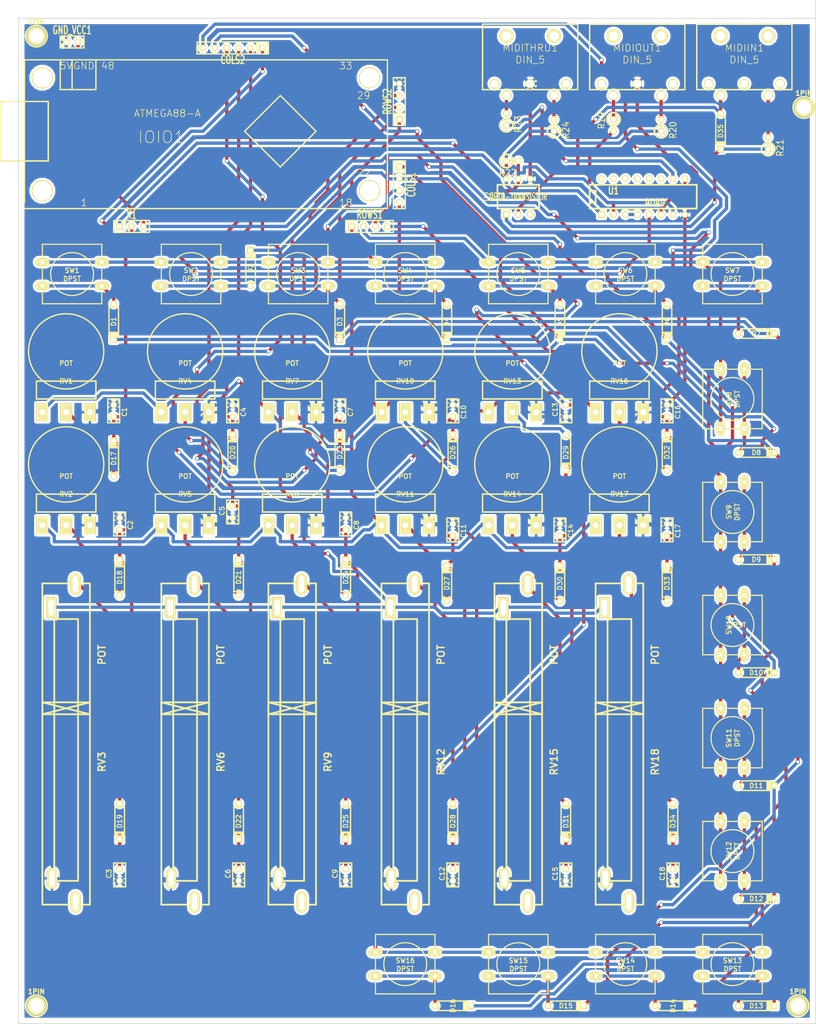
<source format=kicad_pcb>
(kicad_pcb (version 3) (host pcbnew "(2013-mar-25)-stable")
  (layers (15 F.Cu signal) (0 B.Cu signal) (18 B.Paste user) (19 F.Paste user) (20 B.SilkS user) (21 F.SilkS user) (22 B.Mask user) (23 F.Mask user) (28 Edge.Cuts user))
  (net 0 "")
  (net 1 /MIDIIN)
  (net 2 /MIDIOUT)
  (net 3 /a1)
  (net 4 /a2)
  (net 5 /a3)
  (net 6 /a4)
  (net 7 /c1)
  (net 8 /c2)
  (net 9 /c3)
  (net 10 /c4)
  (net 11 /col1)
  (net 12 /col2)
  (net 13 /col3)
  (net 14 /col4)
  (net 15 /col5)
  (net 16 /col6)
  (net 17 /row1)
  (net 18 /row2)
  (net 19 /row3)
  (net 20 GND)
  (net 21 N-0000010)
  (net 22 N-00000108)
  (net 23 N-0000017)
  (net 24 N-0000018)
  (net 25 N-0000019)
  (net 26 N-0000020)
  (net 27 N-0000021)
  (net 28 N-0000022)
  (net 29 N-0000023)
  (net 30 N-0000024)
  (net 31 N-0000025)
  (net 32 N-0000026)
  (net 33 N-0000027)
  (net 34 N-0000028)
  (net 35 N-000003)
  (net 36 N-0000030)
  (net 37 N-0000031)
  (net 38 N-0000032)
  (net 39 N-0000038)
  (net 40 N-0000039)
  (net 41 N-000004)
  (net 42 N-0000040)
  (net 43 N-0000041)
  (net 44 N-0000042)
  (net 45 N-0000043)
  (net 46 N-0000044)
  (net 47 N-0000045)
  (net 48 N-000005)
  (net 49 N-000006)
  (net 50 N-000007)
  (net 51 N-000008)
  (net 52 N-0000080)
  (net 53 N-0000081)
  (net 54 N-0000082)
  (net 55 N-0000083)
  (net 56 N-0000084)
  (net 57 N-0000085)
  (net 58 N-0000086)
  (net 59 N-0000087)
  (net 60 N-0000088)
  (net 61 N-0000089)
  (net 62 N-000009)
  (net 63 N-0000090)
  (net 64 N-0000092)
  (net 65 N-0000093)
  (net 66 VCC)
  (module SW_PUSH-12mm (layer F.Cu) (at 222.25 104.14 90)
    (fp_text reference SW9 (at 0 -0.762 90) (layer F.SilkS) (effects (font (size 1.016 1.016) (thickness 0.2032))))
    (fp_text value DPST (at 0 1.016 90) (layer F.SilkS) (effects (font (size 1.016 1.016) (thickness 0.2032))))
    (pad 1 thru_hole oval (at 6.35 -2.54 90) (size 3.048 1.7272) (drill 0.8128) (layers *.Cu *.Mask F.SilkS) (net 5 /a3))
    (pad 2 thru_hole oval (at 6.35 2.54 90) (size 3.048 1.7272) (drill 0.8128) (layers *.Cu *.Mask F.SilkS) (net 47 N-0000045))
    (pad 1 thru_hole oval (at -6.35 -2.54 90) (size 3.048 1.7272) (drill 0.8128) (layers *.Cu *.Mask F.SilkS) (net 5 /a3))
    (pad 2 thru_hole oval (at -6.35 2.54 90) (size 3.048 1.7272) (drill 0.8128) (layers *.Cu *.Mask F.SilkS) (net 47 N-0000045))
  )
  (module SW_PUSH-12mm (layer F.Cu) (at 222.25 80.01 90)
    (fp_text reference SW8 (at 0 -0.762 90) (layer F.SilkS) (effects (font (size 1.016 1.016) (thickness 0.2032))))
    (fp_text value DPST (at 0 1.016 90) (layer F.SilkS) (effects (font (size 1.016 1.016) (thickness 0.2032))))
    (pad 1 thru_hole oval (at 6.35 -2.54 90) (size 3.048 1.7272) (drill 0.8128) (layers *.Cu *.Mask F.SilkS) (net 4 /a2))
    (pad 2 thru_hole oval (at 6.35 2.54 90) (size 3.048 1.7272) (drill 0.8128) (layers *.Cu *.Mask F.SilkS) (net 35 N-000003))
    (pad 1 thru_hole oval (at -6.35 -2.54 90) (size 3.048 1.7272) (drill 0.8128) (layers *.Cu *.Mask F.SilkS) (net 4 /a2))
    (pad 2 thru_hole oval (at -6.35 2.54 90) (size 3.048 1.7272) (drill 0.8128) (layers *.Cu *.Mask F.SilkS) (net 35 N-000003))
  )
  (module SW_PUSH-12mm (layer F.Cu) (at 81.28 53.34)
    (fp_text reference SW1 (at 0 -0.762) (layer F.SilkS) (effects (font (size 1.016 1.016) (thickness 0.2032))))
    (fp_text value DPST (at 0 1.016) (layer F.SilkS) (effects (font (size 1.016 1.016) (thickness 0.2032))))
    (pad 1 thru_hole oval (at 6.35 -2.54) (size 3.048 1.7272) (drill 0.8128) (layers *.Cu *.Mask F.SilkS) (net 3 /a1))
    (pad 2 thru_hole oval (at 6.35 2.54) (size 3.048 1.7272) (drill 0.8128) (layers *.Cu *.Mask F.SilkS) (net 21 N-0000010))
    (pad 1 thru_hole oval (at -6.35 -2.54) (size 3.048 1.7272) (drill 0.8128) (layers *.Cu *.Mask F.SilkS) (net 3 /a1))
    (pad 2 thru_hole oval (at -6.35 2.54) (size 3.048 1.7272) (drill 0.8128) (layers *.Cu *.Mask F.SilkS) (net 21 N-0000010))
  )
  (module SW_PUSH-12mm (layer F.Cu) (at 106.68 53.34)
    (fp_text reference SW2 (at 0 -0.762) (layer F.SilkS) (effects (font (size 1.016 1.016) (thickness 0.2032))))
    (fp_text value DPST (at 0 1.016) (layer F.SilkS) (effects (font (size 1.016 1.016) (thickness 0.2032))))
    (pad 1 thru_hole oval (at 6.35 -2.54) (size 3.048 1.7272) (drill 0.8128) (layers *.Cu *.Mask F.SilkS) (net 3 /a1))
    (pad 2 thru_hole oval (at 6.35 2.54) (size 3.048 1.7272) (drill 0.8128) (layers *.Cu *.Mask F.SilkS) (net 62 N-000009))
    (pad 1 thru_hole oval (at -6.35 -2.54) (size 3.048 1.7272) (drill 0.8128) (layers *.Cu *.Mask F.SilkS) (net 3 /a1))
    (pad 2 thru_hole oval (at -6.35 2.54) (size 3.048 1.7272) (drill 0.8128) (layers *.Cu *.Mask F.SilkS) (net 62 N-000009))
  )
  (module SW_PUSH-12mm (layer F.Cu) (at 129.54 53.34)
    (fp_text reference SW3 (at 0 -0.762) (layer F.SilkS) (effects (font (size 1.016 1.016) (thickness 0.2032))))
    (fp_text value DPST (at 0 1.016) (layer F.SilkS) (effects (font (size 1.016 1.016) (thickness 0.2032))))
    (pad 1 thru_hole oval (at 6.35 -2.54) (size 3.048 1.7272) (drill 0.8128) (layers *.Cu *.Mask F.SilkS) (net 3 /a1))
    (pad 2 thru_hole oval (at 6.35 2.54) (size 3.048 1.7272) (drill 0.8128) (layers *.Cu *.Mask F.SilkS) (net 51 N-000008))
    (pad 1 thru_hole oval (at -6.35 -2.54) (size 3.048 1.7272) (drill 0.8128) (layers *.Cu *.Mask F.SilkS) (net 3 /a1))
    (pad 2 thru_hole oval (at -6.35 2.54) (size 3.048 1.7272) (drill 0.8128) (layers *.Cu *.Mask F.SilkS) (net 51 N-000008))
  )
  (module SW_PUSH-12mm (layer F.Cu) (at 152.4 53.34)
    (fp_text reference SW4 (at 0 -0.762) (layer F.SilkS) (effects (font (size 1.016 1.016) (thickness 0.2032))))
    (fp_text value DPST (at 0 1.016) (layer F.SilkS) (effects (font (size 1.016 1.016) (thickness 0.2032))))
    (pad 1 thru_hole oval (at 6.35 -2.54) (size 3.048 1.7272) (drill 0.8128) (layers *.Cu *.Mask F.SilkS) (net 3 /a1))
    (pad 2 thru_hole oval (at 6.35 2.54) (size 3.048 1.7272) (drill 0.8128) (layers *.Cu *.Mask F.SilkS) (net 50 N-000007))
    (pad 1 thru_hole oval (at -6.35 -2.54) (size 3.048 1.7272) (drill 0.8128) (layers *.Cu *.Mask F.SilkS) (net 3 /a1))
    (pad 2 thru_hole oval (at -6.35 2.54) (size 3.048 1.7272) (drill 0.8128) (layers *.Cu *.Mask F.SilkS) (net 50 N-000007))
  )
  (module SW_PUSH-12mm (layer F.Cu) (at 222.25 53.34)
    (fp_text reference SW7 (at 0 -0.762) (layer F.SilkS) (effects (font (size 1.016 1.016) (thickness 0.2032))))
    (fp_text value DPST (at 0 1.016) (layer F.SilkS) (effects (font (size 1.016 1.016) (thickness 0.2032))))
    (pad 1 thru_hole oval (at 6.35 -2.54) (size 3.048 1.7272) (drill 0.8128) (layers *.Cu *.Mask F.SilkS) (net 4 /a2))
    (pad 2 thru_hole oval (at 6.35 2.54) (size 3.048 1.7272) (drill 0.8128) (layers *.Cu *.Mask F.SilkS) (net 41 N-000004))
    (pad 1 thru_hole oval (at -6.35 -2.54) (size 3.048 1.7272) (drill 0.8128) (layers *.Cu *.Mask F.SilkS) (net 4 /a2))
    (pad 2 thru_hole oval (at -6.35 2.54) (size 3.048 1.7272) (drill 0.8128) (layers *.Cu *.Mask F.SilkS) (net 41 N-000004))
  )
  (module SW_PUSH-12mm (layer F.Cu) (at 199.39 53.34)
    (fp_text reference SW6 (at 0 -0.762) (layer F.SilkS) (effects (font (size 1.016 1.016) (thickness 0.2032))))
    (fp_text value DPST (at 0 1.016) (layer F.SilkS) (effects (font (size 1.016 1.016) (thickness 0.2032))))
    (pad 1 thru_hole oval (at 6.35 -2.54) (size 3.048 1.7272) (drill 0.8128) (layers *.Cu *.Mask F.SilkS) (net 4 /a2))
    (pad 2 thru_hole oval (at 6.35 2.54) (size 3.048 1.7272) (drill 0.8128) (layers *.Cu *.Mask F.SilkS) (net 48 N-000005))
    (pad 1 thru_hole oval (at -6.35 -2.54) (size 3.048 1.7272) (drill 0.8128) (layers *.Cu *.Mask F.SilkS) (net 4 /a2))
    (pad 2 thru_hole oval (at -6.35 2.54) (size 3.048 1.7272) (drill 0.8128) (layers *.Cu *.Mask F.SilkS) (net 48 N-000005))
  )
  (module SW_PUSH-12mm (layer F.Cu) (at 222.25 128.27 90)
    (fp_text reference SW10 (at 0 -0.762 90) (layer F.SilkS) (effects (font (size 1.016 1.016) (thickness 0.2032))))
    (fp_text value DPST (at 0 1.016 180) (layer F.SilkS) (effects (font (size 1.016 1.016) (thickness 0.2032))))
    (pad 1 thru_hole oval (at 6.35 -2.54 90) (size 3.048 1.7272) (drill 0.8128) (layers *.Cu *.Mask F.SilkS) (net 5 /a3))
    (pad 2 thru_hole oval (at 6.35 2.54 90) (size 3.048 1.7272) (drill 0.8128) (layers *.Cu *.Mask F.SilkS) (net 46 N-0000044))
    (pad 1 thru_hole oval (at -6.35 -2.54 90) (size 3.048 1.7272) (drill 0.8128) (layers *.Cu *.Mask F.SilkS) (net 5 /a3))
    (pad 2 thru_hole oval (at -6.35 2.54 90) (size 3.048 1.7272) (drill 0.8128) (layers *.Cu *.Mask F.SilkS) (net 46 N-0000044))
  )
  (module SW_PUSH-12mm (layer F.Cu) (at 152.4 200.66)
    (fp_text reference SW16 (at 0 -0.762) (layer F.SilkS) (effects (font (size 1.016 1.016) (thickness 0.2032))))
    (fp_text value DPST (at 0 1.016) (layer F.SilkS) (effects (font (size 1.016 1.016) (thickness 0.2032))))
    (pad 1 thru_hole oval (at 6.35 -2.54) (size 3.048 1.7272) (drill 0.8128) (layers *.Cu *.Mask F.SilkS) (net 6 /a4))
    (pad 2 thru_hole oval (at 6.35 2.54) (size 3.048 1.7272) (drill 0.8128) (layers *.Cu *.Mask F.SilkS) (net 39 N-0000038))
    (pad 1 thru_hole oval (at -6.35 -2.54) (size 3.048 1.7272) (drill 0.8128) (layers *.Cu *.Mask F.SilkS) (net 6 /a4))
    (pad 2 thru_hole oval (at -6.35 2.54) (size 3.048 1.7272) (drill 0.8128) (layers *.Cu *.Mask F.SilkS) (net 39 N-0000038))
  )
  (module SW_PUSH-12mm (layer F.Cu) (at 176.53 53.34)
    (fp_text reference SW5 (at 0 -0.762) (layer F.SilkS) (effects (font (size 1.016 1.016) (thickness 0.2032))))
    (fp_text value DPST (at 0 1.016) (layer F.SilkS) (effects (font (size 1.016 1.016) (thickness 0.2032))))
    (pad 1 thru_hole oval (at 6.35 -2.54) (size 3.048 1.7272) (drill 0.8128) (layers *.Cu *.Mask F.SilkS) (net 4 /a2))
    (pad 2 thru_hole oval (at 6.35 2.54) (size 3.048 1.7272) (drill 0.8128) (layers *.Cu *.Mask F.SilkS) (net 49 N-000006))
    (pad 1 thru_hole oval (at -6.35 -2.54) (size 3.048 1.7272) (drill 0.8128) (layers *.Cu *.Mask F.SilkS) (net 4 /a2))
    (pad 2 thru_hole oval (at -6.35 2.54) (size 3.048 1.7272) (drill 0.8128) (layers *.Cu *.Mask F.SilkS) (net 49 N-000006))
  )
  (module SW_PUSH-12mm (layer F.Cu) (at 199.39 200.66)
    (fp_text reference SW14 (at 0 -0.762) (layer F.SilkS) (effects (font (size 1.016 1.016) (thickness 0.2032))))
    (fp_text value DPST (at 0 1.016) (layer F.SilkS) (effects (font (size 1.016 1.016) (thickness 0.2032))))
    (pad 1 thru_hole oval (at 6.35 -2.54) (size 3.048 1.7272) (drill 0.8128) (layers *.Cu *.Mask F.SilkS) (net 6 /a4))
    (pad 2 thru_hole oval (at 6.35 2.54) (size 3.048 1.7272) (drill 0.8128) (layers *.Cu *.Mask F.SilkS) (net 42 N-0000040))
    (pad 1 thru_hole oval (at -6.35 -2.54) (size 3.048 1.7272) (drill 0.8128) (layers *.Cu *.Mask F.SilkS) (net 6 /a4))
    (pad 2 thru_hole oval (at -6.35 2.54) (size 3.048 1.7272) (drill 0.8128) (layers *.Cu *.Mask F.SilkS) (net 42 N-0000040))
  )
  (module SW_PUSH-12mm (layer F.Cu) (at 222.25 152.4 90)
    (fp_text reference SW11 (at 0 -0.762 90) (layer F.SilkS) (effects (font (size 1.016 1.016) (thickness 0.2032))))
    (fp_text value DPST (at 0 1.016 90) (layer F.SilkS) (effects (font (size 1.016 1.016) (thickness 0.2032))))
    (pad 1 thru_hole oval (at 6.35 -2.54 90) (size 3.048 1.7272) (drill 0.8128) (layers *.Cu *.Mask F.SilkS) (net 5 /a3))
    (pad 2 thru_hole oval (at 6.35 2.54 90) (size 3.048 1.7272) (drill 0.8128) (layers *.Cu *.Mask F.SilkS) (net 45 N-0000043))
    (pad 1 thru_hole oval (at -6.35 -2.54 90) (size 3.048 1.7272) (drill 0.8128) (layers *.Cu *.Mask F.SilkS) (net 5 /a3))
    (pad 2 thru_hole oval (at -6.35 2.54 90) (size 3.048 1.7272) (drill 0.8128) (layers *.Cu *.Mask F.SilkS) (net 45 N-0000043))
  )
  (module SW_PUSH-12mm (layer F.Cu) (at 222.25 200.66)
    (fp_text reference SW13 (at 0 -0.762) (layer F.SilkS) (effects (font (size 1.016 1.016) (thickness 0.2032))))
    (fp_text value DPST (at 0 1.016) (layer F.SilkS) (effects (font (size 1.016 1.016) (thickness 0.2032))))
    (pad 1 thru_hole oval (at 6.35 -2.54) (size 3.048 1.7272) (drill 0.8128) (layers *.Cu *.Mask F.SilkS) (net 6 /a4))
    (pad 2 thru_hole oval (at 6.35 2.54) (size 3.048 1.7272) (drill 0.8128) (layers *.Cu *.Mask F.SilkS) (net 43 N-0000041))
    (pad 1 thru_hole oval (at -6.35 -2.54) (size 3.048 1.7272) (drill 0.8128) (layers *.Cu *.Mask F.SilkS) (net 6 /a4))
    (pad 2 thru_hole oval (at -6.35 2.54) (size 3.048 1.7272) (drill 0.8128) (layers *.Cu *.Mask F.SilkS) (net 43 N-0000041))
  )
  (module SW_PUSH-12mm (layer F.Cu) (at 176.53 200.66)
    (fp_text reference SW15 (at 0 -0.762) (layer F.SilkS) (effects (font (size 1.016 1.016) (thickness 0.2032))))
    (fp_text value DPST (at 0 1.016) (layer F.SilkS) (effects (font (size 1.016 1.016) (thickness 0.2032))))
    (pad 1 thru_hole oval (at 6.35 -2.54) (size 3.048 1.7272) (drill 0.8128) (layers *.Cu *.Mask F.SilkS) (net 6 /a4))
    (pad 2 thru_hole oval (at 6.35 2.54) (size 3.048 1.7272) (drill 0.8128) (layers *.Cu *.Mask F.SilkS) (net 40 N-0000039))
    (pad 1 thru_hole oval (at -6.35 -2.54) (size 3.048 1.7272) (drill 0.8128) (layers *.Cu *.Mask F.SilkS) (net 6 /a4))
    (pad 2 thru_hole oval (at -6.35 2.54) (size 3.048 1.7272) (drill 0.8128) (layers *.Cu *.Mask F.SilkS) (net 40 N-0000039))
  )
  (module SW_PUSH-12mm (layer F.Cu) (at 222.25 176.53 90)
    (fp_text reference SW12 (at 0 -0.762 90) (layer F.SilkS) (effects (font (size 1.016 1.016) (thickness 0.2032))))
    (fp_text value DPST (at 0 1.016 90) (layer F.SilkS) (effects (font (size 1.016 1.016) (thickness 0.2032))))
    (pad 1 thru_hole oval (at 6.35 -2.54 90) (size 3.048 1.7272) (drill 0.8128) (layers *.Cu *.Mask F.SilkS) (net 5 /a3))
    (pad 2 thru_hole oval (at 6.35 2.54 90) (size 3.048 1.7272) (drill 0.8128) (layers *.Cu *.Mask F.SilkS) (net 44 N-0000042))
    (pad 1 thru_hole oval (at -6.35 -2.54 90) (size 3.048 1.7272) (drill 0.8128) (layers *.Cu *.Mask F.SilkS) (net 5 /a3))
    (pad 2 thru_hole oval (at -6.35 2.54 90) (size 3.048 1.7272) (drill 0.8128) (layers *.Cu *.Mask F.SilkS) (net 44 N-0000042))
  )
  (module SIL-4 (layer F.Cu) (at 151.13 34.29 270)
    (fp_text reference COLS1 (at 0 -2.54 270) (layer F.SilkS) (effects (font (size 1.73482 1.08712) (thickness 0.3048))))
    (fp_text value CONN_4 hide)
    (pad 1 thru_hole rect (at -3.81 0 270) (size 1.397 1.397) (drill 0.8128) (layers *.Cu *.Mask F.SilkS) (net 7 /c1))
    (pad 2 thru_hole circle (at -1.27 0 270) (size 1.397 1.397) (drill 0.8128) (layers *.Cu *.Mask F.SilkS) (net 8 /c2))
    (pad 3 thru_hole circle (at 1.27 0 270) (size 1.397 1.397) (drill 0.8128) (layers *.Cu *.Mask F.SilkS) (net 9 /c3))
    (pad 4 thru_hole circle (at 3.81 0 270) (size 1.397 1.397) (drill 0.8128) (layers *.Cu *.Mask F.SilkS) (net 10 /c4))
  )
  (module SIL-4 (layer F.Cu) (at 144.78 43.18)
    (fp_text reference ROWS1 (at 0 -2.54) (layer F.SilkS) (effects (font (size 1.73482 1.08712) (thickness 0.3048))))
    (fp_text value CONN_4 hide)
    (pad 1 thru_hole rect (at -3.81 0) (size 1.397 1.397) (drill 0.8128) (layers *.Cu *.Mask F.SilkS) (net 3 /a1))
    (pad 2 thru_hole circle (at -1.27 0) (size 1.397 1.397) (drill 0.8128) (layers *.Cu *.Mask F.SilkS) (net 4 /a2))
    (pad 3 thru_hole circle (at 1.27 0) (size 1.397 1.397) (drill 0.8128) (layers *.Cu *.Mask F.SilkS) (net 5 /a3))
    (pad 4 thru_hole circle (at 3.81 0) (size 1.397 1.397) (drill 0.8128) (layers *.Cu *.Mask F.SilkS) (net 6 /a4))
  )
  (module D3 (layer F.Cu) (at 227.33 138.43)
    (fp_text reference D10 (at 0 0) (layer F.SilkS) (effects (font (size 1.016 1.016) (thickness 0.2032))))
    (fp_text value DIODE hide)
    (pad 2 thru_hole rect (at 3.81 0) (size 1.397 1.397) (drill 0.8128) (layers *.Cu *.Mask F.SilkS) (net 8 /c2))
    (pad 1 thru_hole circle (at -3.81 0) (size 1.397 1.397) (drill 0.8128) (layers *.Cu *.Mask F.SilkS) (net 46 N-0000044))
  )
  (module D3 (layer F.Cu) (at 227.33 186.69)
    (fp_text reference D12 (at 0 0) (layer F.SilkS) (effects (font (size 1.016 1.016) (thickness 0.2032))))
    (fp_text value DIODE hide)
    (pad 2 thru_hole rect (at 3.81 0) (size 1.397 1.397) (drill 0.8128) (layers *.Cu *.Mask F.SilkS) (net 10 /c4))
    (pad 1 thru_hole circle (at -3.81 0) (size 1.397 1.397) (drill 0.8128) (layers *.Cu *.Mask F.SilkS) (net 44 N-0000042))
  )
  (module D3 (layer F.Cu) (at 209.55 209.55)
    (fp_text reference D14 (at 0 0 90) (layer F.SilkS) (effects (font (size 1.016 1.016) (thickness 0.2032))))
    (fp_text value DIODE hide)
    (pad 2 thru_hole rect (at 3.81 0) (size 1.397 1.397) (drill 0.8128) (layers *.Cu *.Mask F.SilkS) (net 8 /c2))
    (pad 1 thru_hole circle (at -3.81 0) (size 1.397 1.397) (drill 0.8128) (layers *.Cu *.Mask F.SilkS) (net 42 N-0000040))
  )
  (module D3 (layer F.Cu) (at 162.56 209.55)
    (fp_text reference D16 (at 0 0 90) (layer F.SilkS) (effects (font (size 1.016 1.016) (thickness 0.2032))))
    (fp_text value DIODE hide)
    (pad 2 thru_hole rect (at 3.81 0) (size 1.397 1.397) (drill 0.8128) (layers *.Cu *.Mask F.SilkS) (net 10 /c4))
    (pad 1 thru_hole circle (at -3.81 0) (size 1.397 1.397) (drill 0.8128) (layers *.Cu *.Mask F.SilkS) (net 39 N-0000038))
  )
  (module D3 (layer F.Cu) (at 227.33 114.3)
    (fp_text reference D9 (at 0 0) (layer F.SilkS) (effects (font (size 1.016 1.016) (thickness 0.2032))))
    (fp_text value DIODE hide)
    (pad 2 thru_hole rect (at 3.81 0) (size 1.397 1.397) (drill 0.8128) (layers *.Cu *.Mask F.SilkS) (net 7 /c1))
    (pad 1 thru_hole circle (at -3.81 0) (size 1.397 1.397) (drill 0.8128) (layers *.Cu *.Mask F.SilkS) (net 47 N-0000045))
  )
  (module D3 (layer F.Cu) (at 227.33 91.44)
    (fp_text reference D8 (at 0 0) (layer F.SilkS) (effects (font (size 1.016 1.016) (thickness 0.2032))))
    (fp_text value DIODE hide)
    (pad 2 thru_hole rect (at 3.81 0) (size 1.397 1.397) (drill 0.8128) (layers *.Cu *.Mask F.SilkS) (net 10 /c4))
    (pad 1 thru_hole circle (at -3.81 0) (size 1.397 1.397) (drill 0.8128) (layers *.Cu *.Mask F.SilkS) (net 35 N-000003))
  )
  (module D3 (layer F.Cu) (at 227.33 66.04)
    (fp_text reference D7 (at 0 0) (layer F.SilkS) (effects (font (size 1.016 1.016) (thickness 0.2032))))
    (fp_text value DIODE hide)
    (pad 2 thru_hole rect (at 3.81 0) (size 1.397 1.397) (drill 0.8128) (layers *.Cu *.Mask F.SilkS) (net 9 /c3))
    (pad 1 thru_hole circle (at -3.81 0) (size 1.397 1.397) (drill 0.8128) (layers *.Cu *.Mask F.SilkS) (net 41 N-000004))
  )
  (module D3 (layer F.Cu) (at 208.28 63.5 270)
    (fp_text reference D6 (at 0 0 270) (layer F.SilkS) (effects (font (size 1.016 1.016) (thickness 0.2032))))
    (fp_text value DIODE hide)
    (pad 2 thru_hole rect (at 3.81 0 270) (size 1.397 1.397) (drill 0.8128) (layers *.Cu *.Mask F.SilkS) (net 8 /c2))
    (pad 1 thru_hole circle (at -3.81 0 270) (size 1.397 1.397) (drill 0.8128) (layers *.Cu *.Mask F.SilkS) (net 48 N-000005))
  )
  (module D3 (layer F.Cu) (at 186.69 209.55)
    (fp_text reference D15 (at 0 0) (layer F.SilkS) (effects (font (size 1.016 1.016) (thickness 0.2032))))
    (fp_text value DIODE hide)
    (pad 2 thru_hole rect (at 3.81 0) (size 1.397 1.397) (drill 0.8128) (layers *.Cu *.Mask F.SilkS) (net 9 /c3))
    (pad 1 thru_hole circle (at -3.81 0) (size 1.397 1.397) (drill 0.8128) (layers *.Cu *.Mask F.SilkS) (net 40 N-0000039))
  )
  (module D3 (layer F.Cu) (at 227.33 209.55)
    (fp_text reference D13 (at 0 0) (layer F.SilkS) (effects (font (size 1.016 1.016) (thickness 0.2032))))
    (fp_text value DIODE hide)
    (pad 2 thru_hole rect (at 3.81 0) (size 1.397 1.397) (drill 0.8128) (layers *.Cu *.Mask F.SilkS) (net 7 /c1))
    (pad 1 thru_hole circle (at -3.81 0) (size 1.397 1.397) (drill 0.8128) (layers *.Cu *.Mask F.SilkS) (net 43 N-0000041))
  )
  (module D3 (layer F.Cu) (at 227.33 162.56)
    (fp_text reference D11 (at 0 0) (layer F.SilkS) (effects (font (size 1.016 1.016) (thickness 0.2032))))
    (fp_text value DIODE hide)
    (pad 2 thru_hole rect (at 3.81 0) (size 1.397 1.397) (drill 0.8128) (layers *.Cu *.Mask F.SilkS) (net 9 /c3))
    (pad 1 thru_hole circle (at -3.81 0) (size 1.397 1.397) (drill 0.8128) (layers *.Cu *.Mask F.SilkS) (net 45 N-0000043))
  )
  (module D3 (layer F.Cu) (at 185.42 63.5 270)
    (fp_text reference D5 (at 0 0 270) (layer F.SilkS) (effects (font (size 1.016 1.016) (thickness 0.2032))))
    (fp_text value DIODE hide)
    (pad 2 thru_hole rect (at 3.81 0 270) (size 1.397 1.397) (drill 0.8128) (layers *.Cu *.Mask F.SilkS) (net 7 /c1))
    (pad 1 thru_hole circle (at -3.81 0 270) (size 1.397 1.397) (drill 0.8128) (layers *.Cu *.Mask F.SilkS) (net 49 N-000006))
  )
  (module D3 (layer F.Cu) (at 161.29 63.5 270)
    (fp_text reference D4 (at 0 0 270) (layer F.SilkS) (effects (font (size 1.016 1.016) (thickness 0.2032))))
    (fp_text value DIODE hide)
    (pad 2 thru_hole rect (at 3.81 0 270) (size 1.397 1.397) (drill 0.8128) (layers *.Cu *.Mask F.SilkS) (net 10 /c4))
    (pad 1 thru_hole circle (at -3.81 0 270) (size 1.397 1.397) (drill 0.8128) (layers *.Cu *.Mask F.SilkS) (net 50 N-000007))
  )
  (module D3 (layer F.Cu) (at 138.43 63.5 270)
    (fp_text reference D3 (at 0 0 270) (layer F.SilkS) (effects (font (size 1.016 1.016) (thickness 0.2032))))
    (fp_text value DIODE hide)
    (pad 2 thru_hole rect (at 3.81 0 270) (size 1.397 1.397) (drill 0.8128) (layers *.Cu *.Mask F.SilkS) (net 9 /c3))
    (pad 1 thru_hole circle (at -3.81 0 270) (size 1.397 1.397) (drill 0.8128) (layers *.Cu *.Mask F.SilkS) (net 51 N-000008))
  )
  (module D3 (layer F.Cu) (at 119.38 52.07 90)
    (fp_text reference D2 (at 0 0 90) (layer F.SilkS) (effects (font (size 1.016 1.016) (thickness 0.2032))))
    (fp_text value DIODE hide)
    (pad 2 thru_hole rect (at 3.81 0 90) (size 1.397 1.397) (drill 0.8128) (layers *.Cu *.Mask F.SilkS) (net 8 /c2))
    (pad 1 thru_hole circle (at -3.81 0 90) (size 1.397 1.397) (drill 0.8128) (layers *.Cu *.Mask F.SilkS) (net 62 N-000009))
  )
  (module D3 (layer F.Cu) (at 90.17 63.5 270)
    (fp_text reference D1 (at 0 0 270) (layer F.SilkS) (effects (font (size 1.016 1.016) (thickness 0.2032))))
    (fp_text value DIODE hide)
    (pad 2 thru_hole rect (at 3.81 0 270) (size 1.397 1.397) (drill 0.8128) (layers *.Cu *.Mask F.SilkS) (net 7 /c1))
    (pad 1 thru_hole circle (at -3.81 0 270) (size 1.397 1.397) (drill 0.8128) (layers *.Cu *.Mask F.SilkS) (net 21 N-0000010))
  )
  (module SIL-6 (layer F.Cu) (at 115.57 5.08 180)
    (fp_text reference COLS2 (at 0 -2.54 180) (layer F.SilkS) (effects (font (size 1.72974 1.08712) (thickness 0.3048))))
    (fp_text value CONN_6 hide)
    (pad 1 thru_hole rect (at -6.35 0 180) (size 1.397 1.397) (drill 0.8128) (layers *.Cu *.Mask F.SilkS) (net 11 /col1))
    (pad 2 thru_hole circle (at -3.81 0 180) (size 1.397 1.397) (drill 0.8128) (layers *.Cu *.Mask F.SilkS) (net 12 /col2))
    (pad 3 thru_hole circle (at -1.27 0 180) (size 1.397 1.397) (drill 0.8128) (layers *.Cu *.Mask F.SilkS) (net 13 /col3))
    (pad 4 thru_hole circle (at 1.27 0 180) (size 1.397 1.397) (drill 0.8128) (layers *.Cu *.Mask F.SilkS) (net 14 /col4))
    (pad 5 thru_hole circle (at 3.81 0 180) (size 1.397 1.397) (drill 0.8128) (layers *.Cu *.Mask F.SilkS) (net 15 /col5))
    (pad 6 thru_hole circle (at 6.35 0 180) (size 1.397 1.397) (drill 0.8128) (layers *.Cu *.Mask F.SilkS) (net 16 /col6))
  )
  (module SIL-4 (layer F.Cu) (at 151.13 16.51 90)
    (fp_text reference ROWS2 (at 0 -2.54 90) (layer F.SilkS) (effects (font (size 1.73482 1.08712) (thickness 0.3048))))
    (fp_text value CONN_4 hide)
    (pad 1 thru_hole rect (at -3.81 0 90) (size 1.397 1.397) (drill 0.8128) (layers *.Cu *.Mask F.SilkS) (net 17 /row1))
    (pad 2 thru_hole circle (at -1.27 0 90) (size 1.397 1.397) (drill 0.8128) (layers *.Cu *.Mask F.SilkS) (net 18 /row2))
    (pad 3 thru_hole circle (at 1.27 0 90) (size 1.397 1.397) (drill 0.8128) (layers *.Cu *.Mask F.SilkS) (net 19 /row3))
    (pad 4 thru_hole circle (at 3.81 0 90) (size 1.397 1.397) (drill 0.8128) (layers *.Cu *.Mask F.SilkS) (net 20 GND))
  )
  (module D3 (layer F.Cu) (at 209.55 170.18 270)
    (fp_text reference D34 (at 0 0 270) (layer F.SilkS) (effects (font (size 1.016 1.016) (thickness 0.2032))))
    (fp_text value DIODE hide)
    (pad 2 thru_hole rect (at 3.81 0 270) (size 1.397 1.397) (drill 0.8128) (layers *.Cu *.Mask F.SilkS) (net 16 /col6))
    (pad 1 thru_hole circle (at -3.81 0 270) (size 1.397 1.397) (drill 0.8128) (layers *.Cu *.Mask F.SilkS) (net 57 N-0000085))
  )
  (module D3 (layer F.Cu) (at 186.69 170.18 270)
    (fp_text reference D31 (at 0 0 270) (layer F.SilkS) (effects (font (size 1.016 1.016) (thickness 0.2032))))
    (fp_text value DIODE hide)
    (pad 2 thru_hole rect (at 3.81 0 270) (size 1.397 1.397) (drill 0.8128) (layers *.Cu *.Mask F.SilkS) (net 15 /col5))
    (pad 1 thru_hole circle (at -3.81 0 270) (size 1.397 1.397) (drill 0.8128) (layers *.Cu *.Mask F.SilkS) (net 56 N-0000084))
  )
  (module D3 (layer F.Cu) (at 162.56 170.18 270)
    (fp_text reference D28 (at 0 0 270) (layer F.SilkS) (effects (font (size 1.016 1.016) (thickness 0.2032))))
    (fp_text value DIODE hide)
    (pad 2 thru_hole rect (at 3.81 0 270) (size 1.397 1.397) (drill 0.8128) (layers *.Cu *.Mask F.SilkS) (net 14 /col4))
    (pad 1 thru_hole circle (at -3.81 0 270) (size 1.397 1.397) (drill 0.8128) (layers *.Cu *.Mask F.SilkS) (net 55 N-0000083))
  )
  (module D3 (layer F.Cu) (at 139.7 170.18 270)
    (fp_text reference D25 (at 0 0 270) (layer F.SilkS) (effects (font (size 1.016 1.016) (thickness 0.2032))))
    (fp_text value DIODE hide)
    (pad 2 thru_hole rect (at 3.81 0 270) (size 1.397 1.397) (drill 0.8128) (layers *.Cu *.Mask F.SilkS) (net 13 /col3))
    (pad 1 thru_hole circle (at -3.81 0 270) (size 1.397 1.397) (drill 0.8128) (layers *.Cu *.Mask F.SilkS) (net 54 N-0000082))
  )
  (module D3 (layer F.Cu) (at 116.84 170.18 270)
    (fp_text reference D22 (at 0 0 270) (layer F.SilkS) (effects (font (size 1.016 1.016) (thickness 0.2032))))
    (fp_text value DIODE hide)
    (pad 2 thru_hole rect (at 3.81 0 270) (size 1.397 1.397) (drill 0.8128) (layers *.Cu *.Mask F.SilkS) (net 12 /col2))
    (pad 1 thru_hole circle (at -3.81 0 270) (size 1.397 1.397) (drill 0.8128) (layers *.Cu *.Mask F.SilkS) (net 53 N-0000081))
  )
  (module D3 (layer F.Cu) (at 91.44 170.18 270)
    (fp_text reference D19 (at 0 0 270) (layer F.SilkS) (effects (font (size 1.016 1.016) (thickness 0.2032))))
    (fp_text value DIODE hide)
    (pad 2 thru_hole rect (at 3.81 0 270) (size 1.397 1.397) (drill 0.8128) (layers *.Cu *.Mask F.SilkS) (net 11 /col1))
    (pad 1 thru_hole circle (at -3.81 0 270) (size 1.397 1.397) (drill 0.8128) (layers *.Cu *.Mask F.SilkS) (net 52 N-0000080))
  )
  (module D3 (layer F.Cu) (at 90.17 92.71 90)
    (fp_text reference D17 (at 0 0 90) (layer F.SilkS) (effects (font (size 1.016 1.016) (thickness 0.2032))))
    (fp_text value DIODE hide)
    (pad 2 thru_hole rect (at 3.81 0 90) (size 1.397 1.397) (drill 0.8128) (layers *.Cu *.Mask F.SilkS) (net 11 /col1))
    (pad 1 thru_hole circle (at -3.81 0 90) (size 1.397 1.397) (drill 0.8128) (layers *.Cu *.Mask F.SilkS) (net 23 N-0000017))
  )
  (module D3 (layer F.Cu) (at 208.28 119.38 90)
    (fp_text reference D33 (at 0 0 90) (layer F.SilkS) (effects (font (size 1.016 1.016) (thickness 0.2032))))
    (fp_text value DIODE hide)
    (pad 2 thru_hole rect (at 3.81 0 90) (size 1.397 1.397) (drill 0.8128) (layers *.Cu *.Mask F.SilkS) (net 16 /col6))
    (pad 1 thru_hole circle (at -3.81 0 90) (size 1.397 1.397) (drill 0.8128) (layers *.Cu *.Mask F.SilkS) (net 31 N-0000025))
  )
  (module D3 (layer F.Cu) (at 185.42 119.38 90)
    (fp_text reference D30 (at 0 0 90) (layer F.SilkS) (effects (font (size 1.016 1.016) (thickness 0.2032))))
    (fp_text value DIODE hide)
    (pad 2 thru_hole rect (at 3.81 0 90) (size 1.397 1.397) (drill 0.8128) (layers *.Cu *.Mask F.SilkS) (net 15 /col5))
    (pad 1 thru_hole circle (at -3.81 0 90) (size 1.397 1.397) (drill 0.8128) (layers *.Cu *.Mask F.SilkS) (net 30 N-0000024))
  )
  (module D3 (layer F.Cu) (at 161.29 119.38 90)
    (fp_text reference D27 (at 0 0 90) (layer F.SilkS) (effects (font (size 1.016 1.016) (thickness 0.2032))))
    (fp_text value DIODE hide)
    (pad 2 thru_hole rect (at 3.81 0 90) (size 1.397 1.397) (drill 0.8128) (layers *.Cu *.Mask F.SilkS) (net 14 /col4))
    (pad 1 thru_hole circle (at -3.81 0 90) (size 1.397 1.397) (drill 0.8128) (layers *.Cu *.Mask F.SilkS) (net 29 N-0000023))
  )
  (module D3 (layer F.Cu) (at 139.7 118.11 90)
    (fp_text reference D24 (at 0 0 90) (layer F.SilkS) (effects (font (size 1.016 1.016) (thickness 0.2032))))
    (fp_text value DIODE hide)
    (pad 2 thru_hole rect (at 3.81 0 90) (size 1.397 1.397) (drill 0.8128) (layers *.Cu *.Mask F.SilkS) (net 13 /col3))
    (pad 1 thru_hole circle (at -3.81 0 90) (size 1.397 1.397) (drill 0.8128) (layers *.Cu *.Mask F.SilkS) (net 34 N-0000028))
  )
  (module D3 (layer F.Cu) (at 186.69 91.44 270)
    (fp_text reference D29 (at 0 0 270) (layer F.SilkS) (effects (font (size 1.016 1.016) (thickness 0.2032))))
    (fp_text value DIODE hide)
    (pad 2 thru_hole rect (at 3.81 0 270) (size 1.397 1.397) (drill 0.8128) (layers *.Cu *.Mask F.SilkS) (net 15 /col5))
    (pad 1 thru_hole circle (at -3.81 0 270) (size 1.397 1.397) (drill 0.8128) (layers *.Cu *.Mask F.SilkS) (net 27 N-0000021))
  )
  (module D3 (layer F.Cu) (at 116.84 118.11 90)
    (fp_text reference D21 (at 0 0 90) (layer F.SilkS) (effects (font (size 1.016 1.016) (thickness 0.2032))))
    (fp_text value DIODE hide)
    (pad 2 thru_hole rect (at 3.81 0 90) (size 1.397 1.397) (drill 0.8128) (layers *.Cu *.Mask F.SilkS) (net 12 /col2))
    (pad 1 thru_hole circle (at -3.81 0 90) (size 1.397 1.397) (drill 0.8128) (layers *.Cu *.Mask F.SilkS) (net 33 N-0000027))
  )
  (module D3 (layer F.Cu) (at 208.28 91.44 90)
    (fp_text reference D32 (at 0 0 90) (layer F.SilkS) (effects (font (size 1.016 1.016) (thickness 0.2032))))
    (fp_text value DIODE hide)
    (pad 2 thru_hole rect (at 3.81 0 90) (size 1.397 1.397) (drill 0.8128) (layers *.Cu *.Mask F.SilkS) (net 16 /col6))
    (pad 1 thru_hole circle (at -3.81 0 90) (size 1.397 1.397) (drill 0.8128) (layers *.Cu *.Mask F.SilkS) (net 28 N-0000022))
  )
  (module D3 (layer F.Cu) (at 91.44 118.11 90)
    (fp_text reference D18 (at 0 0 90) (layer F.SilkS) (effects (font (size 1.016 1.016) (thickness 0.2032))))
    (fp_text value DIODE hide)
    (pad 2 thru_hole rect (at 3.81 0 90) (size 1.397 1.397) (drill 0.8128) (layers *.Cu *.Mask F.SilkS) (net 11 /col1))
    (pad 1 thru_hole circle (at -3.81 0 90) (size 1.397 1.397) (drill 0.8128) (layers *.Cu *.Mask F.SilkS) (net 32 N-0000026))
  )
  (module D3 (layer F.Cu) (at 162.56 91.44 90)
    (fp_text reference D26 (at 0 0 90) (layer F.SilkS) (effects (font (size 1.016 1.016) (thickness 0.2032))))
    (fp_text value DIODE hide)
    (pad 2 thru_hole rect (at 3.81 0 90) (size 1.397 1.397) (drill 0.8128) (layers *.Cu *.Mask F.SilkS) (net 14 /col4))
    (pad 1 thru_hole circle (at -3.81 0 90) (size 1.397 1.397) (drill 0.8128) (layers *.Cu *.Mask F.SilkS) (net 26 N-0000020))
  )
  (module D3 (layer F.Cu) (at 115.57 91.44 90)
    (fp_text reference D20 (at 0 0 90) (layer F.SilkS) (effects (font (size 1.016 1.016) (thickness 0.2032))))
    (fp_text value DIODE hide)
    (pad 2 thru_hole rect (at 3.81 0 90) (size 1.397 1.397) (drill 0.8128) (layers *.Cu *.Mask F.SilkS) (net 12 /col2))
    (pad 1 thru_hole circle (at -3.81 0 90) (size 1.397 1.397) (drill 0.8128) (layers *.Cu *.Mask F.SilkS) (net 24 N-0000018))
  )
  (module D3 (layer F.Cu) (at 138.43 91.44 90)
    (fp_text reference D23 (at 0 0 90) (layer F.SilkS) (effects (font (size 1.016 1.016) (thickness 0.2032))))
    (fp_text value DIODE hide)
    (pad 2 thru_hole rect (at 3.81 0 90) (size 1.397 1.397) (drill 0.8128) (layers *.Cu *.Mask F.SilkS) (net 13 /col3))
    (pad 1 thru_hole circle (at -3.81 0 90) (size 1.397 1.397) (drill 0.8128) (layers *.Cu *.Mask F.SilkS) (net 25 N-0000019))
  )
  (module C1 (layer F.Cu) (at 186.69 82.55 90)
    (fp_text reference C13 (at 0.254 -2.286 90) (layer F.SilkS) (effects (font (size 1.016 1.016) (thickness 0.2032))))
    (fp_text value C hide)
    (pad 1 thru_hole circle (at -1.27 0 90) (size 1.397 1.397) (drill 0.8128) (layers *.Cu *.Mask F.SilkS) (net 20 GND))
    (pad 2 thru_hole circle (at 1.27 0 90) (size 1.397 1.397) (drill 0.8128) (layers *.Cu *.Mask F.SilkS) (net 15 /col5))
  )
  (module C1 (layer F.Cu) (at 208.28 82.55 270)
    (fp_text reference C16 (at 0.254 -2.286 270) (layer F.SilkS) (effects (font (size 1.016 1.016) (thickness 0.2032))))
    (fp_text value C hide)
    (pad 1 thru_hole circle (at -1.27 0 270) (size 1.397 1.397) (drill 0.8128) (layers *.Cu *.Mask F.SilkS) (net 20 GND))
    (pad 2 thru_hole circle (at 1.27 0 270) (size 1.397 1.397) (drill 0.8128) (layers *.Cu *.Mask F.SilkS) (net 16 /col6))
  )
  (module C1 (layer F.Cu) (at 209.55 181.61 90)
    (fp_text reference C18 (at 0.254 -2.286 90) (layer F.SilkS) (effects (font (size 1.016 1.016) (thickness 0.2032))))
    (fp_text value C hide)
    (pad 1 thru_hole circle (at -1.27 0 90) (size 1.397 1.397) (drill 0.8128) (layers *.Cu *.Mask F.SilkS) (net 20 GND))
    (pad 2 thru_hole circle (at 1.27 0 90) (size 1.397 1.397) (drill 0.8128) (layers *.Cu *.Mask F.SilkS) (net 16 /col6))
  )
  (module C1 (layer F.Cu) (at 186.69 181.61 90)
    (fp_text reference C15 (at 0.254 -2.286 90) (layer F.SilkS) (effects (font (size 1.016 1.016) (thickness 0.2032))))
    (fp_text value C hide)
    (pad 1 thru_hole circle (at -1.27 0 90) (size 1.397 1.397) (drill 0.8128) (layers *.Cu *.Mask F.SilkS) (net 20 GND))
    (pad 2 thru_hole circle (at 1.27 0 90) (size 1.397 1.397) (drill 0.8128) (layers *.Cu *.Mask F.SilkS) (net 15 /col5))
  )
  (module C1 (layer F.Cu) (at 162.56 181.61 90)
    (fp_text reference C12 (at 0.254 -2.286 90) (layer F.SilkS) (effects (font (size 1.016 1.016) (thickness 0.2032))))
    (fp_text value C hide)
    (pad 1 thru_hole circle (at -1.27 0 90) (size 1.397 1.397) (drill 0.8128) (layers *.Cu *.Mask F.SilkS) (net 20 GND))
    (pad 2 thru_hole circle (at 1.27 0 90) (size 1.397 1.397) (drill 0.8128) (layers *.Cu *.Mask F.SilkS) (net 14 /col4))
  )
  (module C1 (layer F.Cu) (at 162.56 82.55 270)
    (fp_text reference C10 (at 0.254 -2.286 270) (layer F.SilkS) (effects (font (size 1.016 1.016) (thickness 0.2032))))
    (fp_text value C hide)
    (pad 1 thru_hole circle (at -1.27 0 270) (size 1.397 1.397) (drill 0.8128) (layers *.Cu *.Mask F.SilkS) (net 20 GND))
    (pad 2 thru_hole circle (at 1.27 0 270) (size 1.397 1.397) (drill 0.8128) (layers *.Cu *.Mask F.SilkS) (net 14 /col4))
  )
  (module C1 (layer F.Cu) (at 139.7 181.61 90)
    (fp_text reference C9 (at 0.254 -2.286 90) (layer F.SilkS) (effects (font (size 1.016 1.016) (thickness 0.2032))))
    (fp_text value C hide)
    (pad 1 thru_hole circle (at -1.27 0 90) (size 1.397 1.397) (drill 0.8128) (layers *.Cu *.Mask F.SilkS) (net 20 GND))
    (pad 2 thru_hole circle (at 1.27 0 90) (size 1.397 1.397) (drill 0.8128) (layers *.Cu *.Mask F.SilkS) (net 13 /col3))
  )
  (module C1 (layer F.Cu) (at 116.84 181.61 90)
    (fp_text reference C6 (at 0.254 -2.286 90) (layer F.SilkS) (effects (font (size 1.016 1.016) (thickness 0.2032))))
    (fp_text value C hide)
    (pad 1 thru_hole circle (at -1.27 0 90) (size 1.397 1.397) (drill 0.8128) (layers *.Cu *.Mask F.SilkS) (net 20 GND))
    (pad 2 thru_hole circle (at 1.27 0 90) (size 1.397 1.397) (drill 0.8128) (layers *.Cu *.Mask F.SilkS) (net 12 /col2))
  )
  (module C1 (layer F.Cu) (at 138.43 82.55 270)
    (fp_text reference C7 (at 0.254 -2.286 270) (layer F.SilkS) (effects (font (size 1.016 1.016) (thickness 0.2032))))
    (fp_text value C hide)
    (pad 1 thru_hole circle (at -1.27 0 270) (size 1.397 1.397) (drill 0.8128) (layers *.Cu *.Mask F.SilkS) (net 20 GND))
    (pad 2 thru_hole circle (at 1.27 0 270) (size 1.397 1.397) (drill 0.8128) (layers *.Cu *.Mask F.SilkS) (net 13 /col3))
  )
  (module C1 (layer F.Cu) (at 91.44 181.61 90)
    (fp_text reference C3 (at 0.254 -2.286 90) (layer F.SilkS) (effects (font (size 1.016 1.016) (thickness 0.2032))))
    (fp_text value C hide)
    (pad 1 thru_hole circle (at -1.27 0 90) (size 1.397 1.397) (drill 0.8128) (layers *.Cu *.Mask F.SilkS) (net 20 GND))
    (pad 2 thru_hole circle (at 1.27 0 90) (size 1.397 1.397) (drill 0.8128) (layers *.Cu *.Mask F.SilkS) (net 11 /col1))
  )
  (module C1 (layer F.Cu) (at 115.57 82.55 270)
    (fp_text reference C4 (at 0.254 -2.286 270) (layer F.SilkS) (effects (font (size 1.016 1.016) (thickness 0.2032))))
    (fp_text value C hide)
    (pad 1 thru_hole circle (at -1.27 0 270) (size 1.397 1.397) (drill 0.8128) (layers *.Cu *.Mask F.SilkS) (net 20 GND))
    (pad 2 thru_hole circle (at 1.27 0 270) (size 1.397 1.397) (drill 0.8128) (layers *.Cu *.Mask F.SilkS) (net 12 /col2))
  )
  (module C1 (layer F.Cu) (at 91.44 106.68 270)
    (fp_text reference C2 (at 0.254 -2.286 270) (layer F.SilkS) (effects (font (size 1.016 1.016) (thickness 0.2032))))
    (fp_text value C hide)
    (pad 1 thru_hole circle (at -1.27 0 270) (size 1.397 1.397) (drill 0.8128) (layers *.Cu *.Mask F.SilkS) (net 20 GND))
    (pad 2 thru_hole circle (at 1.27 0 270) (size 1.397 1.397) (drill 0.8128) (layers *.Cu *.Mask F.SilkS) (net 11 /col1))
  )
  (module C1 (layer F.Cu) (at 90.17 82.55 270)
    (fp_text reference C1 (at 0.254 -2.286 270) (layer F.SilkS) (effects (font (size 1.016 1.016) (thickness 0.2032))))
    (fp_text value C hide)
    (pad 1 thru_hole circle (at -1.27 0 270) (size 1.397 1.397) (drill 0.8128) (layers *.Cu *.Mask F.SilkS) (net 20 GND))
    (pad 2 thru_hole circle (at 1.27 0 270) (size 1.397 1.397) (drill 0.8128) (layers *.Cu *.Mask F.SilkS) (net 11 /col1))
  )
  (module C1 (layer F.Cu) (at 115.57 104.14 90)
    (fp_text reference C5 (at 0.254 -2.286 90) (layer F.SilkS) (effects (font (size 1.016 1.016) (thickness 0.2032))))
    (fp_text value C hide)
    (pad 1 thru_hole circle (at -1.27 0 90) (size 1.397 1.397) (drill 0.8128) (layers *.Cu *.Mask F.SilkS) (net 20 GND))
    (pad 2 thru_hole circle (at 1.27 0 90) (size 1.397 1.397) (drill 0.8128) (layers *.Cu *.Mask F.SilkS) (net 12 /col2))
  )
  (module C1 (layer F.Cu) (at 208.28 107.95 270)
    (fp_text reference C17 (at 0.254 -2.286 270) (layer F.SilkS) (effects (font (size 1.016 1.016) (thickness 0.2032))))
    (fp_text value C hide)
    (pad 1 thru_hole circle (at -1.27 0 270) (size 1.397 1.397) (drill 0.8128) (layers *.Cu *.Mask F.SilkS) (net 20 GND))
    (pad 2 thru_hole circle (at 1.27 0 270) (size 1.397 1.397) (drill 0.8128) (layers *.Cu *.Mask F.SilkS) (net 16 /col6))
  )
  (module C1 (layer F.Cu) (at 139.7 106.68 270)
    (fp_text reference C8 (at 0.254 -2.286 270) (layer F.SilkS) (effects (font (size 1.016 1.016) (thickness 0.2032))))
    (fp_text value C hide)
    (pad 1 thru_hole circle (at -1.27 0 270) (size 1.397 1.397) (drill 0.8128) (layers *.Cu *.Mask F.SilkS) (net 20 GND))
    (pad 2 thru_hole circle (at 1.27 0 270) (size 1.397 1.397) (drill 0.8128) (layers *.Cu *.Mask F.SilkS) (net 13 /col3))
  )
  (module C1 (layer F.Cu) (at 185.42 107.95 270)
    (fp_text reference C14 (at 0.254 -2.286 270) (layer F.SilkS) (effects (font (size 1.016 1.016) (thickness 0.2032))))
    (fp_text value C hide)
    (pad 1 thru_hole circle (at -1.27 0 270) (size 1.397 1.397) (drill 0.8128) (layers *.Cu *.Mask F.SilkS) (net 20 GND))
    (pad 2 thru_hole circle (at 1.27 0 270) (size 1.397 1.397) (drill 0.8128) (layers *.Cu *.Mask F.SilkS) (net 15 /col5))
  )
  (module C1 (layer F.Cu) (at 162.56 107.95 270)
    (fp_text reference C11 (at 0.254 -2.286 270) (layer F.SilkS) (effects (font (size 1.016 1.016) (thickness 0.2032))))
    (fp_text value C hide)
    (pad 1 thru_hole circle (at -1.27 0 270) (size 1.397 1.397) (drill 0.8128) (layers *.Cu *.Mask F.SilkS) (net 20 GND))
    (pad 2 thru_hole circle (at 1.27 0 270) (size 1.397 1.397) (drill 0.8128) (layers *.Cu *.Mask F.SilkS) (net 14 /col4))
  )
  (module POT_TURN_Lin (layer F.Cu) (at 198.12 106.68)
    (fp_text reference RV17 (at 0 -6.35) (layer F.SilkS) (effects (font (size 1.016 1.016) (thickness 0.2032))))
    (fp_text value POT (at 0 -10.16) (layer F.SilkS) (effects (font (size 1.016 1.016) (thickness 0.2032))))
    (pad 2 thru_hole rect (at 0 0.3) (size 2.5 3.81) (drill 1.27) (layers *.Cu *.Mask F.SilkS) (net 31 N-0000025))
    (pad 1 thru_hole rect (at -5.08 0.3) (size 2.5 3.81) (drill 1.27) (layers *.Cu *.Mask F.SilkS) (net 18 /row2))
    (pad 3 thru_hole rect (at 5.08 0.3) (size 2.5 3.81) (drill 1.27) (layers *.Cu *.Mask F.SilkS) (net 20 GND))
  )
  (module POT_TURN_Lin (layer F.Cu) (at 175.26 106.68)
    (fp_text reference RV14 (at 0 -6.35) (layer F.SilkS) (effects (font (size 1.016 1.016) (thickness 0.2032))))
    (fp_text value POT (at 0 -10.16) (layer F.SilkS) (effects (font (size 1.016 1.016) (thickness 0.2032))))
    (pad 2 thru_hole rect (at 0 0.3) (size 2.5 3.81) (drill 1.27) (layers *.Cu *.Mask F.SilkS) (net 30 N-0000024))
    (pad 1 thru_hole rect (at -5.08 0.3) (size 2.5 3.81) (drill 1.27) (layers *.Cu *.Mask F.SilkS) (net 18 /row2))
    (pad 3 thru_hole rect (at 5.08 0.3) (size 2.5 3.81) (drill 1.27) (layers *.Cu *.Mask F.SilkS) (net 20 GND))
  )
  (module POT_TURN_Lin (layer F.Cu) (at 152.4 106.68)
    (fp_text reference RV11 (at 0 -6.35) (layer F.SilkS) (effects (font (size 1.016 1.016) (thickness 0.2032))))
    (fp_text value POT (at 0 -10.16) (layer F.SilkS) (effects (font (size 1.016 1.016) (thickness 0.2032))))
    (pad 2 thru_hole rect (at 0 0.3) (size 2.5 3.81) (drill 1.27) (layers *.Cu *.Mask F.SilkS) (net 29 N-0000023))
    (pad 1 thru_hole rect (at -5.08 0.3) (size 2.5 3.81) (drill 1.27) (layers *.Cu *.Mask F.SilkS) (net 18 /row2))
    (pad 3 thru_hole rect (at 5.08 0.3) (size 2.5 3.81) (drill 1.27) (layers *.Cu *.Mask F.SilkS) (net 20 GND))
  )
  (module POT_TURN_Lin (layer F.Cu) (at 128.27 106.68)
    (fp_text reference RV8 (at 0 -6.35) (layer F.SilkS) (effects (font (size 1.016 1.016) (thickness 0.2032))))
    (fp_text value POT (at 0 -10.16) (layer F.SilkS) (effects (font (size 1.016 1.016) (thickness 0.2032))))
    (pad 2 thru_hole rect (at 0 0.3) (size 2.5 3.81) (drill 1.27) (layers *.Cu *.Mask F.SilkS) (net 34 N-0000028))
    (pad 1 thru_hole rect (at -5.08 0.3) (size 2.5 3.81) (drill 1.27) (layers *.Cu *.Mask F.SilkS) (net 18 /row2))
    (pad 3 thru_hole rect (at 5.08 0.3) (size 2.5 3.81) (drill 1.27) (layers *.Cu *.Mask F.SilkS) (net 20 GND))
  )
  (module POT_TURN_Lin (layer F.Cu) (at 105.41 106.68)
    (fp_text reference RV5 (at 0 -6.35) (layer F.SilkS) (effects (font (size 1.016 1.016) (thickness 0.2032))))
    (fp_text value POT (at 0 -10.16) (layer F.SilkS) (effects (font (size 1.016 1.016) (thickness 0.2032))))
    (pad 2 thru_hole rect (at 0 0.3) (size 2.5 3.81) (drill 1.27) (layers *.Cu *.Mask F.SilkS) (net 33 N-0000027))
    (pad 1 thru_hole rect (at -5.08 0.3) (size 2.5 3.81) (drill 1.27) (layers *.Cu *.Mask F.SilkS) (net 18 /row2))
    (pad 3 thru_hole rect (at 5.08 0.3) (size 2.5 3.81) (drill 1.27) (layers *.Cu *.Mask F.SilkS) (net 20 GND))
  )
  (module POT_TURN_Lin (layer F.Cu) (at 80.01 106.68)
    (fp_text reference RV2 (at 0 -6.35) (layer F.SilkS) (effects (font (size 1.016 1.016) (thickness 0.2032))))
    (fp_text value POT (at 0 -10.16) (layer F.SilkS) (effects (font (size 1.016 1.016) (thickness 0.2032))))
    (pad 2 thru_hole rect (at 0 0.3) (size 2.5 3.81) (drill 1.27) (layers *.Cu *.Mask F.SilkS) (net 32 N-0000026))
    (pad 1 thru_hole rect (at -5.08 0.3) (size 2.5 3.81) (drill 1.27) (layers *.Cu *.Mask F.SilkS) (net 18 /row2))
    (pad 3 thru_hole rect (at 5.08 0.3) (size 2.5 3.81) (drill 1.27) (layers *.Cu *.Mask F.SilkS) (net 20 GND))
  )
  (module POT_TURN_Lin (layer F.Cu) (at 105.41 82.55)
    (fp_text reference RV4 (at 0 -6.35) (layer F.SilkS) (effects (font (size 1.016 1.016) (thickness 0.2032))))
    (fp_text value POT (at 0 -10.16) (layer F.SilkS) (effects (font (size 1.016 1.016) (thickness 0.2032))))
    (pad 2 thru_hole rect (at 0 0.3) (size 2.5 3.81) (drill 1.27) (layers *.Cu *.Mask F.SilkS) (net 24 N-0000018))
    (pad 1 thru_hole rect (at -5.08 0.3) (size 2.5 3.81) (drill 1.27) (layers *.Cu *.Mask F.SilkS) (net 17 /row1))
    (pad 3 thru_hole rect (at 5.08 0.3) (size 2.5 3.81) (drill 1.27) (layers *.Cu *.Mask F.SilkS) (net 20 GND))
  )
  (module POT_TURN_Lin (layer F.Cu) (at 128.27 82.55)
    (fp_text reference RV7 (at 0 -6.35) (layer F.SilkS) (effects (font (size 1.016 1.016) (thickness 0.2032))))
    (fp_text value POT (at 0 -10.16) (layer F.SilkS) (effects (font (size 1.016 1.016) (thickness 0.2032))))
    (pad 2 thru_hole rect (at 0 0.3) (size 2.5 3.81) (drill 1.27) (layers *.Cu *.Mask F.SilkS) (net 25 N-0000019))
    (pad 1 thru_hole rect (at -5.08 0.3) (size 2.5 3.81) (drill 1.27) (layers *.Cu *.Mask F.SilkS) (net 17 /row1))
    (pad 3 thru_hole rect (at 5.08 0.3) (size 2.5 3.81) (drill 1.27) (layers *.Cu *.Mask F.SilkS) (net 20 GND))
  )
  (module POT_TURN_Lin (layer F.Cu) (at 152.4 82.55)
    (fp_text reference RV10 (at 0 -6.35) (layer F.SilkS) (effects (font (size 1.016 1.016) (thickness 0.2032))))
    (fp_text value POT (at 0 -10.16) (layer F.SilkS) (effects (font (size 1.016 1.016) (thickness 0.2032))))
    (pad 2 thru_hole rect (at 0 0.3) (size 2.5 3.81) (drill 1.27) (layers *.Cu *.Mask F.SilkS) (net 26 N-0000020))
    (pad 1 thru_hole rect (at -5.08 0.3) (size 2.5 3.81) (drill 1.27) (layers *.Cu *.Mask F.SilkS) (net 17 /row1))
    (pad 3 thru_hole rect (at 5.08 0.3) (size 2.5 3.81) (drill 1.27) (layers *.Cu *.Mask F.SilkS) (net 20 GND))
  )
  (module POT_TURN_Lin (layer F.Cu) (at 175.26 82.55)
    (fp_text reference RV13 (at 0 -6.35) (layer F.SilkS) (effects (font (size 1.016 1.016) (thickness 0.2032))))
    (fp_text value POT (at 0 -10.16) (layer F.SilkS) (effects (font (size 1.016 1.016) (thickness 0.2032))))
    (pad 2 thru_hole rect (at 0 0.3) (size 2.5 3.81) (drill 1.27) (layers *.Cu *.Mask F.SilkS) (net 27 N-0000021))
    (pad 1 thru_hole rect (at -5.08 0.3) (size 2.5 3.81) (drill 1.27) (layers *.Cu *.Mask F.SilkS) (net 17 /row1))
    (pad 3 thru_hole rect (at 5.08 0.3) (size 2.5 3.81) (drill 1.27) (layers *.Cu *.Mask F.SilkS) (net 20 GND))
  )
  (module POT_TURN_Lin (layer F.Cu) (at 198.12 82.55)
    (fp_text reference RV16 (at 0 -6.35) (layer F.SilkS) (effects (font (size 1.016 1.016) (thickness 0.2032))))
    (fp_text value POT (at 0 -10.16) (layer F.SilkS) (effects (font (size 1.016 1.016) (thickness 0.2032))))
    (pad 2 thru_hole rect (at 0 0.3) (size 2.5 3.81) (drill 1.27) (layers *.Cu *.Mask F.SilkS) (net 28 N-0000022))
    (pad 1 thru_hole rect (at -5.08 0.3) (size 2.5 3.81) (drill 1.27) (layers *.Cu *.Mask F.SilkS) (net 17 /row1))
    (pad 3 thru_hole rect (at 5.08 0.3) (size 2.5 3.81) (drill 1.27) (layers *.Cu *.Mask F.SilkS) (net 20 GND))
  )
  (module POT_TURN_Lin (layer F.Cu) (at 80.01 82.55)
    (fp_text reference RV1 (at 0 -6.35) (layer F.SilkS) (effects (font (size 1.016 1.016) (thickness 0.2032))))
    (fp_text value POT (at 0 -10.16) (layer F.SilkS) (effects (font (size 1.016 1.016) (thickness 0.2032))))
    (pad 2 thru_hole rect (at 0 0.3) (size 2.5 3.81) (drill 1.27) (layers *.Cu *.Mask F.SilkS) (net 23 N-0000017))
    (pad 1 thru_hole rect (at -5.08 0.3) (size 2.5 3.81) (drill 1.27) (layers *.Cu *.Mask F.SilkS) (net 17 /row1))
    (pad 3 thru_hole rect (at 5.08 0.3) (size 2.5 3.81) (drill 1.27) (layers *.Cu *.Mask F.SilkS) (net 20 GND))
  )
  (module SIL-3 (layer F.Cu) (at 93.98 43.18)
    (fp_text reference K1 (at 0 -2.54) (layer F.SilkS) (effects (font (size 1.7907 1.07696) (thickness 0.3048))))
    (fp_text value CONN_3 hide)
    (pad 1 thru_hole rect (at -2.54 0) (size 1.397 1.397) (drill 0.8128) (layers *.Cu *.Mask F.SilkS) (net 1 /MIDIIN))
    (pad 2 thru_hole circle (at 0 0) (size 1.397 1.397) (drill 0.8128) (layers *.Cu *.Mask F.SilkS) (net 2 /MIDIOUT))
    (pad 3 thru_hole circle (at 2.54 0) (size 1.397 1.397) (drill 0.8128) (layers *.Cu *.Mask F.SilkS) (net 66 VCC))
  )
  (module R1 (layer F.Cu) (at 207.01 21.59 90)
    (fp_text reference R20 (at -1.016 2.54 90) (layer F.SilkS) (effects (font (size 1.397 1.27) (thickness 0.2032))))
    (fp_text value 220 hide)
    (pad 1 thru_hole circle (at -1.27 0 90) (size 1.397 1.397) (drill 0.8128) (layers *.Cu *.Mask F.SilkS) (net 66 VCC))
    (pad 2 thru_hole circle (at 1.27 0 90) (size 1.397 1.397) (drill 0.8128) (layers *.Cu *.Mask F.SilkS) (net 60 N-0000088))
  )
  (module R1 (layer F.Cu) (at 175.26 29.21)
    (fp_text reference R22 (at -1.016 2.54) (layer F.SilkS) (effects (font (size 1.397 1.27) (thickness 0.2032))))
    (fp_text value 280 hide)
    (pad 1 thru_hole circle (at -1.27 0) (size 1.397 1.397) (drill 0.8128) (layers *.Cu *.Mask F.SilkS) (net 66 VCC))
    (pad 2 thru_hole circle (at 1.27 0) (size 1.397 1.397) (drill 0.8128) (layers *.Cu *.Mask F.SilkS) (net 1 /MIDIIN))
  )
  (module R1 (layer F.Cu) (at 229.87 25.4 90)
    (fp_text reference R21 (at -1.016 2.54 90) (layer F.SilkS) (effects (font (size 1.397 1.27) (thickness 0.2032))))
    (fp_text value 220 hide)
    (pad 1 thru_hole circle (at -1.27 0 90) (size 1.397 1.397) (drill 0.8128) (layers *.Cu *.Mask F.SilkS) (net 22 N-00000108))
    (pad 2 thru_hole circle (at 1.27 0 90) (size 1.397 1.397) (drill 0.8128) (layers *.Cu *.Mask F.SilkS) (net 63 N-0000090))
  )
  (module R1 (layer F.Cu) (at 196.85 21.59 270)
    (fp_text reference R19 (at -1.016 2.54 270) (layer F.SilkS) (effects (font (size 1.397 1.27) (thickness 0.2032))))
    (fp_text value 220 hide)
    (pad 1 thru_hole circle (at -1.27 0 270) (size 1.397 1.397) (drill 0.8128) (layers *.Cu *.Mask F.SilkS) (net 61 N-0000089))
    (pad 2 thru_hole circle (at 1.27 0 270) (size 1.397 1.397) (drill 0.8128) (layers *.Cu *.Mask F.SilkS) (net 59 N-0000087))
  )
  (module R1 (layer F.Cu) (at 184.15 21.59 90)
    (fp_text reference R24 (at -1.016 2.54 90) (layer F.SilkS) (effects (font (size 1.397 1.27) (thickness 0.2032))))
    (fp_text value 220 hide)
    (pad 1 thru_hole circle (at -1.27 0 90) (size 1.397 1.397) (drill 0.8128) (layers *.Cu *.Mask F.SilkS) (net 66 VCC))
    (pad 2 thru_hole circle (at 1.27 0 90) (size 1.397 1.397) (drill 0.8128) (layers *.Cu *.Mask F.SilkS) (net 36 N-0000030))
  )
  (module R1 (layer F.Cu) (at 173.99 20.32 90)
    (fp_text reference R23 (at -1.016 2.54 90) (layer F.SilkS) (effects (font (size 1.397 1.27) (thickness 0.2032))))
    (fp_text value 220 hide)
    (pad 1 thru_hole circle (at -1.27 0 90) (size 1.397 1.397) (drill 0.8128) (layers *.Cu *.Mask F.SilkS) (net 37 N-0000031))
    (pad 2 thru_hole circle (at 1.27 0 90) (size 1.397 1.397) (drill 0.8128) (layers *.Cu *.Mask F.SilkS) (net 38 N-0000032))
  )
  (module DIP-6__300 (layer F.Cu) (at 176.53 36.83)
    (fp_text reference U2 (at -6.35 0 90) (layer F.SilkS) (effects (font (size 1.905 1.016) (thickness 0.2032))))
    (fp_text value OPTO-TRANSISTOR (at 0 0) (layer F.SilkS) (effects (font (size 1.524 0.889) (thickness 0.2032))))
    (pad 1 thru_hole rect (at -2.54 3.81) (size 1.397 1.397) (drill 0.8128) (layers *.Cu *.Mask F.SilkS) (net 22 N-00000108))
    (pad 2 thru_hole circle (at 0 3.81) (size 1.397 1.397) (drill 0.8128) (layers *.Cu *.Mask F.SilkS) (net 64 N-0000092))
    (pad 3 thru_hole circle (at 2.54 3.81) (size 1.397 1.397) (drill 0.8128) (layers *.Cu *.Mask F.SilkS))
    (pad 4 thru_hole circle (at 2.54 -3.81) (size 1.397 1.397) (drill 0.8128) (layers *.Cu *.Mask F.SilkS) (net 20 GND))
    (pad 5 thru_hole circle (at 0 -3.81) (size 1.397 1.397) (drill 0.8128) (layers *.Cu *.Mask F.SilkS) (net 1 /MIDIIN))
    (pad 6 thru_hole circle (at -2.54 -3.81) (size 1.397 1.397) (drill 0.8128) (layers *.Cu *.Mask F.SilkS) (net 66 VCC))
  )
  (module DIP-16__300 (layer F.Cu) (at 203.2 36.83)
    (fp_text reference U1 (at -6.35 -1.27) (layer F.SilkS) (effects (font (size 1.524 1.143) (thickness 0.3048))))
    (fp_text value 4049 (at 2.54 1.27) (layer F.SilkS) (effects (font (size 1.524 1.143) (thickness 0.3048))))
    (pad 1 thru_hole rect (at -8.89 3.81) (size 1.397 1.397) (drill 0.8128) (layers *.Cu *.Mask F.SilkS) (net 66 VCC))
    (pad 2 thru_hole circle (at -6.35 3.81) (size 1.397 1.397) (drill 0.8128) (layers *.Cu *.Mask F.SilkS) (net 59 N-0000087))
    (pad 3 thru_hole circle (at -3.81 3.81) (size 1.397 1.397) (drill 0.8128) (layers *.Cu *.Mask F.SilkS) (net 65 N-0000093))
    (pad 4 thru_hole circle (at -1.27 3.81) (size 1.397 1.397) (drill 0.8128) (layers *.Cu *.Mask F.SilkS) (net 65 N-0000093))
    (pad 5 thru_hole circle (at 1.27 3.81) (size 1.397 1.397) (drill 0.8128) (layers *.Cu *.Mask F.SilkS) (net 2 /MIDIOUT))
    (pad 6 thru_hole circle (at 3.81 3.81) (size 1.397 1.397) (drill 0.8128) (layers *.Cu *.Mask F.SilkS) (net 58 N-0000086))
    (pad 7 thru_hole circle (at 6.35 3.81) (size 1.397 1.397) (drill 0.8128) (layers *.Cu *.Mask F.SilkS) (net 1 /MIDIIN))
    (pad 8 thru_hole circle (at 8.89 3.81) (size 1.397 1.397) (drill 0.8128) (layers *.Cu *.Mask F.SilkS) (net 20 GND))
    (pad 9 thru_hole circle (at 8.89 -3.81) (size 1.397 1.397) (drill 0.8128) (layers *.Cu *.Mask F.SilkS) (net 58 N-0000086))
    (pad 10 thru_hole circle (at 6.35 -3.81) (size 1.397 1.397) (drill 0.8128) (layers *.Cu *.Mask F.SilkS) (net 37 N-0000031))
    (pad 11 thru_hole circle (at 3.81 -3.81) (size 1.397 1.397) (drill 0.8128) (layers *.Cu *.Mask F.SilkS))
    (pad 12 thru_hole circle (at 1.27 -3.81) (size 1.397 1.397) (drill 0.8128) (layers *.Cu *.Mask F.SilkS))
    (pad 13 thru_hole circle (at -1.27 -3.81) (size 1.397 1.397) (drill 0.8128) (layers *.Cu *.Mask F.SilkS))
    (pad 14 thru_hole circle (at -3.81 -3.81) (size 1.397 1.397) (drill 0.8128) (layers *.Cu *.Mask F.SilkS))
    (pad 15 thru_hole circle (at -6.35 -3.81) (size 1.397 1.397) (drill 0.8128) (layers *.Cu *.Mask F.SilkS))
    (pad 16 thru_hole circle (at -8.89 -3.81) (size 1.397 1.397) (drill 0.8128) (layers *.Cu *.Mask F.SilkS))
  )
  (module D3 (layer F.Cu) (at 219.71 22.86 270)
    (fp_text reference D35 (at 0 0 270) (layer F.SilkS) (effects (font (size 1.016 1.016) (thickness 0.2032))))
    (fp_text value DIODE hide)
    (pad 2 thru_hole rect (at 3.81 0 270) (size 1.397 1.397) (drill 0.8128) (layers *.Cu *.Mask F.SilkS) (net 22 N-00000108))
    (pad 1 thru_hole circle (at -3.81 0 270) (size 1.397 1.397) (drill 0.8128) (layers *.Cu *.Mask F.SilkS) (net 64 N-0000092))
  )
  (module DIN_5 (layer F.Cu) (at 179.07 12.7 180)
    (fp_text reference MIDITHRU1 (at 0 7.62 180) (layer F.SilkS) (effects (font (size 1.5 1.5))))
    (fp_text value DIN_5 (at 0 5.08 180) (layer F.SilkS) (effects (font (size 1.5 1.5))))
    (pad 7 thru_hole circle (at 5.08 10.16 180) (size 3 3) (drill 2) (layers *.Cu *.Mask F.SilkS))
    (pad 6 thru_hole circle (at -5.08 10.16 180) (size 3 3) (drill 2) (layers *.Cu *.Mask F.SilkS))
    (pad 5 thru_hole circle (at -7.62 0 180) (size 2 2) (drill 1.5) (layers *.Cu *.Mask F.SilkS))
    (pad 4 thru_hole circle (at -5.08 -2.54 180) (size 2 2) (drill 1.5) (layers *.Cu *.Mask F.SilkS) (net 36 N-0000030))
    (pad 3 thru_hole circle (at 0 0 180) (size 2 2) (drill 1.5) (layers *.Cu *.Mask F.SilkS) (net 20 GND))
    (pad 2 thru_hole circle (at 5.08 -2.54 180) (size 2 2) (drill 1.5) (layers *.Cu *.Mask F.SilkS) (net 38 N-0000032))
    (pad 1 thru_hole circle (at 7.62 0 180) (size 2 2) (drill 1.5) (layers *.Cu *.Mask F.SilkS))
  )
  (module DIN_5 (layer F.Cu) (at 201.93 12.7 180)
    (fp_text reference MIDIOUT1 (at 0 7.62 180) (layer F.SilkS) (effects (font (size 1.5 1.5))))
    (fp_text value DIN_5 (at 0 5.08 180) (layer F.SilkS) (effects (font (size 1.5 1.5))))
    (pad 7 thru_hole circle (at 5.08 10.16 180) (size 3 3) (drill 2) (layers *.Cu *.Mask F.SilkS))
    (pad 6 thru_hole circle (at -5.08 10.16 180) (size 3 3) (drill 2) (layers *.Cu *.Mask F.SilkS))
    (pad 5 thru_hole circle (at -7.62 0 180) (size 2 2) (drill 1.5) (layers *.Cu *.Mask F.SilkS))
    (pad 4 thru_hole circle (at -5.08 -2.54 180) (size 2 2) (drill 1.5) (layers *.Cu *.Mask F.SilkS) (net 60 N-0000088))
    (pad 3 thru_hole circle (at 0 0 180) (size 2 2) (drill 1.5) (layers *.Cu *.Mask F.SilkS) (net 20 GND))
    (pad 2 thru_hole circle (at 5.08 -2.54 180) (size 2 2) (drill 1.5) (layers *.Cu *.Mask F.SilkS) (net 61 N-0000089))
    (pad 1 thru_hole circle (at 7.62 0 180) (size 2 2) (drill 1.5) (layers *.Cu *.Mask F.SilkS))
  )
  (module DIN_5 (layer F.Cu) (at 224.79 12.7 180)
    (fp_text reference MIDIIN1 (at 0 7.62 180) (layer F.SilkS) (effects (font (size 1.5 1.5))))
    (fp_text value DIN_5 (at 0 5.08 180) (layer F.SilkS) (effects (font (size 1.5 1.5))))
    (pad 7 thru_hole circle (at 5.08 10.16 180) (size 3 3) (drill 2) (layers *.Cu *.Mask F.SilkS))
    (pad 6 thru_hole circle (at -5.08 10.16 180) (size 3 3) (drill 2) (layers *.Cu *.Mask F.SilkS))
    (pad 5 thru_hole circle (at -7.62 0 180) (size 2 2) (drill 1.5) (layers *.Cu *.Mask F.SilkS))
    (pad 4 thru_hole circle (at -5.08 -2.54 180) (size 2 2) (drill 1.5) (layers *.Cu *.Mask F.SilkS) (net 63 N-0000090))
    (pad 3 thru_hole circle (at 0 0 180) (size 2 2) (drill 1.5) (layers *.Cu *.Mask F.SilkS))
    (pad 2 thru_hole circle (at 5.08 -2.54 180) (size 2 2) (drill 1.5) (layers *.Cu *.Mask F.SilkS) (net 64 N-0000092))
    (pad 1 thru_hole circle (at 7.62 0 180) (size 2 2) (drill 1.5) (layers *.Cu *.Mask F.SilkS))
  )
  (module IOIO (layer F.Cu) (at 71.12 39.37)
    (fp_text reference IOIO1 (at 29.21 -15.24) (layer F.SilkS) (effects (font (size 2.5 2.5))))
    (fp_text value ATMEGA88-A (at 30.48 -20.32) (layer F.SilkS) (effects (font (size 1.5 1.5))))
    (fp_text user GND (at 12.7 -30.48) (layer F.SilkS) (effects (font (size 1.5 1.5))))
    (fp_text user 5V (at 8.89 -30.48) (layer F.SilkS) (effects (font (size 1.5 1.5))))
    (fp_text user 48 (at 17.78 -30.48) (layer F.SilkS) (effects (font (size 1.5 1.5))))
    (fp_text user 33 (at 68.58 -30.48) (layer F.SilkS) (effects (font (size 1.5 1.5))))
    (fp_text user 29 (at 72.39 -24.13) (layer F.SilkS) (effects (font (size 1.5 1.5))))
    (fp_text user 22 (at 72.39 -7.62) (layer F.SilkS) (effects (font (size 1.5 1.5))))
    (fp_text user 18 (at 68.58 -1.27) (layer F.SilkS) (effects (font (size 1.5 1.5))))
    (fp_text user 1 (at 12.7 -1.27) (layer F.SilkS) (effects (font (size 1.5 1.5))))
    (pad 8 thru_hole circle (at 3.81 -3.81) (size 4.5 4.5) (drill 4) (layers *.Cu *.Mask F.SilkS))
    (pad 11 thru_hole circle (at 3.81 -27.94) (size 4.5 4.5) (drill 4) (layers *.Cu *.Mask F.SilkS))
    (pad 13 thru_hole circle (at 73.66 -27.94) (size 4.5 4.5) (drill 4) (layers *.Cu *.Mask F.SilkS))
    (pad 15 thru_hole circle (at 73.66 -3.81) (size 4.5 4.5) (drill 4) (layers *.Cu *.Mask F.SilkS))
  )
  (module POT_4Pin (layer F.Cu) (at 80.01 152.4 270)
    (fp_text reference RV3 (at 5.08 -7.62 270) (layer F.SilkS) (effects (font (size 1.524 1.524) (thickness 0.3048))))
    (fp_text value POT (at -17.78 -7.62 270) (layer F.SilkS) (effects (font (size 1.524 1.524) (thickness 0.3048))))
    (pad 2 thru_hole oval (at -32.86 -2 270) (size 4.5 2.39522) (drill oval 3.5 1.2) (layers *.Cu *.Mask F.SilkS) (net 52 N-0000080))
    (pad 1 thru_hole rect (at -27.86 3.2 270) (size 4.5 2.24028) (drill oval 3.5 1.2) (layers *.Cu *.Mask F.SilkS) (net 19 /row3))
    (pad 3 thru_hole oval (at 29.94 3 270) (size 4.5 2.24028) (drill oval 3.5 1.2) (layers *.Cu *.Mask F.SilkS) (net 20 GND))
    (pad 4 thru_hole oval (at 35 -2 270) (size 4.5 2.24028) (drill oval 3.5 1.2) (layers *.Cu *.Mask F.SilkS))
  )
  (module POT_4Pin (layer F.Cu) (at 105.41 152.4 270)
    (fp_text reference RV6 (at 5.08 -7.62 270) (layer F.SilkS) (effects (font (size 1.524 1.524) (thickness 0.3048))))
    (fp_text value POT (at -17.78 -7.62 270) (layer F.SilkS) (effects (font (size 1.524 1.524) (thickness 0.3048))))
    (pad 2 thru_hole oval (at -32.86 -2 270) (size 4.5 2.39522) (drill oval 3.5 1.2) (layers *.Cu *.Mask F.SilkS) (net 53 N-0000081))
    (pad 1 thru_hole rect (at -27.86 3.2 270) (size 4.5 2.24028) (drill oval 3.5 1.2) (layers *.Cu *.Mask F.SilkS) (net 19 /row3))
    (pad 3 thru_hole oval (at 29.94 3 270) (size 4.5 2.24028) (drill oval 3.5 1.2) (layers *.Cu *.Mask F.SilkS) (net 20 GND))
    (pad 4 thru_hole oval (at 35 -2 270) (size 4.5 2.24028) (drill oval 3.5 1.2) (layers *.Cu *.Mask F.SilkS))
  )
  (module POT_4Pin (layer F.Cu) (at 128.27 152.4 270)
    (fp_text reference RV9 (at 5.08 -7.62 270) (layer F.SilkS) (effects (font (size 1.524 1.524) (thickness 0.3048))))
    (fp_text value POT (at -17.78 -7.62 270) (layer F.SilkS) (effects (font (size 1.524 1.524) (thickness 0.3048))))
    (pad 2 thru_hole oval (at -32.86 -2 270) (size 4.5 2.39522) (drill oval 3.5 1.2) (layers *.Cu *.Mask F.SilkS) (net 54 N-0000082))
    (pad 1 thru_hole rect (at -27.86 3.2 270) (size 4.5 2.24028) (drill oval 3.5 1.2) (layers *.Cu *.Mask F.SilkS) (net 19 /row3))
    (pad 3 thru_hole oval (at 29.94 3 270) (size 4.5 2.24028) (drill oval 3.5 1.2) (layers *.Cu *.Mask F.SilkS) (net 20 GND))
    (pad 4 thru_hole oval (at 35 -2 270) (size 4.5 2.24028) (drill oval 3.5 1.2) (layers *.Cu *.Mask F.SilkS))
  )
  (module POT_4Pin (layer F.Cu) (at 152.4 152.4 270)
    (fp_text reference RV12 (at 5.08 -7.62 270) (layer F.SilkS) (effects (font (size 1.524 1.524) (thickness 0.3048))))
    (fp_text value POT (at -17.78 -7.62 270) (layer F.SilkS) (effects (font (size 1.524 1.524) (thickness 0.3048))))
    (pad 2 thru_hole oval (at -32.86 -2 270) (size 4.5 2.39522) (drill oval 3.5 1.2) (layers *.Cu *.Mask F.SilkS) (net 55 N-0000083))
    (pad 1 thru_hole rect (at -27.86 3.2 270) (size 4.5 2.24028) (drill oval 3.5 1.2) (layers *.Cu *.Mask F.SilkS) (net 19 /row3))
    (pad 3 thru_hole oval (at 29.94 3 270) (size 4.5 2.24028) (drill oval 3.5 1.2) (layers *.Cu *.Mask F.SilkS) (net 20 GND))
    (pad 4 thru_hole oval (at 35 -2 270) (size 4.5 2.24028) (drill oval 3.5 1.2) (layers *.Cu *.Mask F.SilkS))
  )
  (module POT_4Pin (layer F.Cu) (at 176.53 152.4 270)
    (fp_text reference RV15 (at 5.08 -7.62 270) (layer F.SilkS) (effects (font (size 1.524 1.524) (thickness 0.3048))))
    (fp_text value POT (at -17.78 -7.62 270) (layer F.SilkS) (effects (font (size 1.524 1.524) (thickness 0.3048))))
    (pad 2 thru_hole oval (at -32.86 -2 270) (size 4.5 2.39522) (drill oval 3.5 1.2) (layers *.Cu *.Mask F.SilkS) (net 56 N-0000084))
    (pad 1 thru_hole rect (at -27.86 3.2 270) (size 4.5 2.24028) (drill oval 3.5 1.2) (layers *.Cu *.Mask F.SilkS) (net 19 /row3))
    (pad 3 thru_hole oval (at 29.94 3 270) (size 4.5 2.24028) (drill oval 3.5 1.2) (layers *.Cu *.Mask F.SilkS) (net 20 GND))
    (pad 4 thru_hole oval (at 35 -2 270) (size 4.5 2.24028) (drill oval 3.5 1.2) (layers *.Cu *.Mask F.SilkS))
  )
  (module POT_4Pin (layer F.Cu) (at 198.12 152.4 270)
    (fp_text reference RV18 (at 5.08 -7.62 270) (layer F.SilkS) (effects (font (size 1.524 1.524) (thickness 0.3048))))
    (fp_text value POT (at -17.78 -7.62 270) (layer F.SilkS) (effects (font (size 1.524 1.524) (thickness 0.3048))))
    (pad 2 thru_hole oval (at -32.86 -2 270) (size 4.5 2.39522) (drill oval 3.5 1.2) (layers *.Cu *.Mask F.SilkS) (net 57 N-0000085))
    (pad 1 thru_hole rect (at -27.86 3.2 270) (size 4.5 2.24028) (drill oval 3.5 1.2) (layers *.Cu *.Mask F.SilkS) (net 19 /row3))
    (pad 3 thru_hole oval (at 29.94 3 270) (size 4.5 2.24028) (drill oval 3.5 1.2) (layers *.Cu *.Mask F.SilkS) (net 20 GND))
    (pad 4 thru_hole oval (at 35 -2 270) (size 4.5 2.24028) (drill oval 3.5 1.2) (layers *.Cu *.Mask F.SilkS))
  )
  (module SIL-2 (layer F.Cu) (at 81.28 3.81)
    (fp_text reference GND_VCC1 (at 0 -2.54) (layer F.SilkS) (effects (font (size 1.72974 1.08712) (thickness 0.3048))))
    (fp_text value GND_VCC hide)
    (pad 1 thru_hole rect (at -1.27 0) (size 1.397 1.397) (drill 0.8128) (layers *.Cu *.Mask F.SilkS) (net 20 GND))
    (pad 2 thru_hole circle (at 1.27 0) (size 1.397 1.397) (drill 0.8128) (layers *.Cu *.Mask F.SilkS) (net 66 VCC))
  )
  (module 1pin (layer F.Cu) (at 237.49 17.78)
    (fp_text reference 1PIN (at 0 -3.048) (layer F.SilkS) (effects (font (size 1.016 1.016) (thickness 0.254))))
    (fp_text value P*** hide)
    (pad 1 thru_hole circle (at 0 0) (size 4.064 4.064) (drill 3.048) (layers *.Cu *.Mask F.SilkS))
  )
  (module 1pin (layer F.Cu) (at 236.22 209.55)
    (fp_text reference 1PIN (at 0 -3.048) (layer F.SilkS) (effects (font (size 1.016 1.016) (thickness 0.254))))
    (fp_text value P*** hide)
    (pad 1 thru_hole circle (at 0 0) (size 4.064 4.064) (drill 3.048) (layers *.Cu *.Mask F.SilkS))
  )
  (module 1pin (layer F.Cu) (at 73.66 209.55)
    (fp_text reference 1PIN (at 0 -3.048) (layer F.SilkS) (effects (font (size 1.016 1.016) (thickness 0.254))))
    (fp_text value P*** hide)
    (pad 1 thru_hole circle (at 0 0) (size 4.064 4.064) (drill 3.048) (layers *.Cu *.Mask F.SilkS))
  )
  (module 1pin (layer F.Cu) (at 73.66 2.54)
    (fp_text reference 1PIN (at 0 -3.048) (layer F.SilkS) (effects (font (size 1.016 1.016) (thickness 0.254))))
    (fp_text value P*** hide)
    (pad 1 thru_hole circle (at 0 0) (size 4.064 4.064) (drill 3.048) (layers *.Cu *.Mask F.SilkS))
  )
  (gr_line (start 69.85 -1.27) (end 240.03 -1.27) (angle 90) (layer Edge.Cuts) (width 0.15))
  (gr_line (start 69.85 213.36) (end 69.85 -1.27) (angle 90) (layer Edge.Cuts) (width 0.15))
  (gr_line (start 72.39 213.36) (end 69.85 213.36) (angle 90) (layer Edge.Cuts) (width 0.15))
  (gr_line (start 240.03 213.36) (end 71.12 213.36) (angle 90) (layer Edge.Cuts) (width 0.15))
  (gr_line (start 240.03 -5.08) (end 240.03 213.36) (angle 90) (layer Edge.Cuts) (width 0.15))
  (segment (start 91.44 43.18) (end 91.44 41.91) (width 0.7) (layer B.Cu) (net 1))
  (segment (start 91.44 41.91) (end 107.95 25.4) (width 0.7) (layer B.Cu) (net 1))
  (segment (start 107.95 25.4) (end 162.56 25.4) (width 0.7) (layer B.Cu) (net 1))
  (via (at 162.56 25.4) (size 0.889) (layers F.Cu B.Cu) (net 1))
  (segment (start 162.56 25.4) (end 172.72 35.56) (width 0.7) (layer F.Cu) (net 1))
  (segment (start 172.72 35.56) (end 175.26 35.56) (width 0.7) (layer F.Cu) (net 1))
  (segment (start 175.26 35.56) (end 176.53 34.29) (width 0.7) (layer F.Cu) (net 1))
  (segment (start 176.53 34.29) (end 176.53 33.02) (width 0.7) (layer F.Cu) (net 1))
  (segment (start 176.53 33.02) (end 176.53 31.75) (width 0.7) (layer B.Cu) (net 1))
  (segment (start 176.53 31.75) (end 177.8 31.75) (width 0.7) (layer B.Cu) (net 1))
  (segment (start 177.8 31.75) (end 177.8 30.48) (width 0.7) (layer B.Cu) (net 1))
  (segment (start 177.8 30.48) (end 180.34 30.48) (width 0.7) (layer B.Cu) (net 1))
  (segment (start 180.34 30.48) (end 182.88 33.02) (width 0.7) (layer B.Cu) (net 1))
  (segment (start 182.88 33.02) (end 190.5 33.02) (width 0.7) (layer B.Cu) (net 1))
  (segment (start 190.5 33.02) (end 195.58 38.1) (width 0.7) (layer B.Cu) (net 1))
  (segment (start 195.58 38.1) (end 208.28 38.1) (width 0.7) (layer B.Cu) (net 1))
  (segment (start 208.28 38.1) (end 209.55 39.37) (width 0.7) (layer B.Cu) (net 1))
  (segment (start 209.55 39.37) (end 209.55 40.64) (width 0.7) (layer B.Cu) (net 1))
  (segment (start 176.53 33.02) (end 176.53 29.21) (width 0.7) (layer F.Cu) (net 1))
  (segment (start 93.98 43.18) (end 93.98 44.45) (width 0.7) (layer F.Cu) (net 2))
  (segment (start 93.98 44.45) (end 95.25 45.72) (width 0.7) (layer F.Cu) (net 2))
  (segment (start 95.25 45.72) (end 100.33 45.72) (width 0.7) (layer F.Cu) (net 2))
  (segment (start 100.33 45.72) (end 107.95 53.34) (width 0.7) (layer F.Cu) (net 2))
  (via (at 107.95 53.34) (size 0.889) (layers F.Cu B.Cu) (net 2))
  (segment (start 107.95 53.34) (end 198.12 53.34) (width 0.7) (layer B.Cu) (net 2))
  (via (at 198.12 53.34) (size 0.889) (layers F.Cu B.Cu) (net 2))
  (segment (start 198.12 53.34) (end 204.47 46.99) (width 0.7) (layer F.Cu) (net 2))
  (segment (start 204.47 46.99) (end 204.47 40.64) (width 0.7) (layer F.Cu) (net 2))
  (segment (start 146.05 50.8) (end 140.97 45.72) (width 0.7) (layer F.Cu) (net 3))
  (segment (start 140.97 45.72) (end 140.97 43.18) (width 0.7) (layer F.Cu) (net 3))
  (segment (start 135.89 50.8) (end 123.19 50.8) (width 0.7) (layer B.Cu) (net 3))
  (segment (start 146.05 50.8) (end 158.75 50.8) (width 0.7) (layer B.Cu) (net 3))
  (segment (start 113.03 50.8) (end 100.33 50.8) (width 0.7) (layer B.Cu) (net 3))
  (segment (start 100.33 50.8) (end 87.63 50.8) (width 0.7) (layer B.Cu) (net 3))
  (segment (start 87.63 50.8) (end 74.93 50.8) (width 0.7) (layer B.Cu) (net 3))
  (segment (start 146.05 50.8) (end 135.89 50.8) (width 0.7) (layer B.Cu) (net 3))
  (segment (start 123.19 50.8) (end 113.03 50.8) (width 0.7) (layer B.Cu) (net 3))
  (segment (start 170.18 50.8) (end 165.1 45.72) (width 0.7) (layer B.Cu) (net 4))
  (segment (start 165.1 45.72) (end 144.78 45.72) (width 0.7) (layer B.Cu) (net 4))
  (segment (start 144.78 45.72) (end 143.51 44.45) (width 0.7) (layer B.Cu) (net 4))
  (segment (start 143.51 44.45) (end 143.51 43.18) (width 0.7) (layer B.Cu) (net 4))
  (segment (start 215.9 50.8) (end 219.71 54.61) (width 0.7) (layer F.Cu) (net 4))
  (segment (start 219.71 54.61) (end 219.71 73.66) (width 0.7) (layer F.Cu) (net 4))
  (segment (start 193.04 50.8) (end 205.74 50.8) (width 0.7) (layer B.Cu) (net 4))
  (segment (start 219.71 73.66) (end 219.71 86.36) (width 0.7) (layer F.Cu) (net 4))
  (segment (start 215.9 50.8) (end 228.6 50.8) (width 0.7) (layer B.Cu) (net 4))
  (segment (start 182.88 50.8) (end 170.18 50.8) (width 0.7) (layer B.Cu) (net 4))
  (segment (start 182.88 50.8) (end 193.04 50.8) (width 0.7) (layer B.Cu) (net 4))
  (segment (start 205.74 50.8) (end 215.9 50.8) (width 0.7) (layer B.Cu) (net 4))
  (segment (start 146.05 43.18) (end 146.05 41.91) (width 0.7) (layer F.Cu) (net 5))
  (segment (start 146.05 41.91) (end 148.59 39.37) (width 0.7) (layer F.Cu) (net 5))
  (segment (start 148.59 39.37) (end 148.59 27.94) (width 0.7) (layer F.Cu) (net 5))
  (segment (start 148.59 27.94) (end 154.94 27.94) (width 0.7) (layer F.Cu) (net 5))
  (segment (start 154.94 27.94) (end 157.48 30.48) (width 0.7) (layer F.Cu) (net 5))
  (via (at 157.48 30.48) (size 0.889) (layers F.Cu B.Cu) (net 5))
  (segment (start 157.48 30.48) (end 162.56 30.48) (width 0.7) (layer B.Cu) (net 5))
  (segment (start 162.56 30.48) (end 170.18 38.1) (width 0.7) (layer B.Cu) (net 5))
  (segment (start 170.18 38.1) (end 180.34 38.1) (width 0.7) (layer B.Cu) (net 5))
  (segment (start 180.34 38.1) (end 182.88 40.64) (width 0.7) (layer B.Cu) (net 5))
  (segment (start 182.88 40.64) (end 184.15 40.64) (width 0.7) (layer B.Cu) (net 5))
  (via (at 184.15 40.64) (size 0.889) (layers F.Cu B.Cu) (net 5))
  (segment (start 184.15 40.64) (end 189.23 45.72) (width 0.7) (layer F.Cu) (net 5))
  (via (at 189.23 45.72) (size 0.889) (layers F.Cu B.Cu) (net 5))
  (segment (start 189.23 45.72) (end 214.63 45.72) (width 0.7) (layer B.Cu) (net 5))
  (segment (start 214.63 45.72) (end 215.9 44.45) (width 0.7) (layer B.Cu) (net 5))
  (segment (start 215.9 44.45) (end 217.17 44.45) (width 0.7) (layer B.Cu) (net 5))
  (via (at 217.17 44.45) (size 0.889) (layers F.Cu B.Cu) (net 5))
  (segment (start 217.17 44.45) (end 213.36 48.26) (width 0.7) (layer F.Cu) (net 5))
  (segment (start 213.36 48.26) (end 213.36 58.42) (width 0.7) (layer F.Cu) (net 5))
  (segment (start 213.36 58.42) (end 217.17 62.23) (width 0.7) (layer F.Cu) (net 5))
  (segment (start 217.17 62.23) (end 217.17 88.9) (width 0.7) (layer F.Cu) (net 5))
  (segment (start 217.17 88.9) (end 218.44 90.17) (width 0.7) (layer F.Cu) (net 5))
  (segment (start 218.44 90.17) (end 218.44 95.25) (width 0.7) (layer F.Cu) (net 5))
  (segment (start 218.44 95.25) (end 219.71 96.52) (width 0.7) (layer F.Cu) (net 5))
  (segment (start 219.71 96.52) (end 219.71 97.79) (width 0.7) (layer F.Cu) (net 5))
  (segment (start 219.71 170.18) (end 219.71 182.88) (width 0.7) (layer F.Cu) (net 5))
  (segment (start 219.71 97.79) (end 219.71 110.49) (width 0.7) (layer F.Cu) (net 5))
  (segment (start 219.71 146.05) (end 219.71 158.75) (width 0.7) (layer F.Cu) (net 5))
  (segment (start 219.71 121.92) (end 219.71 134.62) (width 0.7) (layer F.Cu) (net 5))
  (segment (start 219.71 134.62) (end 219.71 146.05) (width 0.7) (layer F.Cu) (net 5))
  (segment (start 219.71 110.49) (end 219.71 121.92) (width 0.7) (layer F.Cu) (net 5))
  (segment (start 219.71 158.75) (end 219.71 170.18) (width 0.7) (layer F.Cu) (net 5))
  (segment (start 148.59 43.18) (end 156.21 43.18) (width 0.7) (layer B.Cu) (net 6))
  (via (at 156.21 43.18) (size 0.889) (layers F.Cu B.Cu) (net 6))
  (segment (start 156.21 43.18) (end 167.64 54.61) (width 0.7) (layer F.Cu) (net 6))
  (segment (start 167.64 54.61) (end 167.64 58.42) (width 0.7) (layer F.Cu) (net 6))
  (segment (start 167.64 58.42) (end 171.45 58.42) (width 0.7) (layer F.Cu) (net 6))
  (segment (start 171.45 58.42) (end 182.88 69.85) (width 0.7) (layer F.Cu) (net 6))
  (segment (start 182.88 69.85) (end 184.15 69.85) (width 0.7) (layer F.Cu) (net 6))
  (segment (start 184.15 69.85) (end 194.31 80.01) (width 0.7) (layer F.Cu) (net 6))
  (segment (start 194.31 80.01) (end 195.58 80.01) (width 0.7) (layer F.Cu) (net 6))
  (segment (start 195.58 80.01) (end 195.58 86.36) (width 0.7) (layer F.Cu) (net 6))
  (segment (start 195.58 86.36) (end 191.77 90.17) (width 0.7) (layer F.Cu) (net 6))
  (segment (start 191.77 90.17) (end 191.77 93.98) (width 0.7) (layer F.Cu) (net 6))
  (segment (start 191.77 93.98) (end 190.5 95.25) (width 0.7) (layer F.Cu) (net 6))
  (segment (start 190.5 95.25) (end 190.5 128.27) (width 0.7) (layer F.Cu) (net 6))
  (via (at 190.5 128.27) (size 0.889) (layers F.Cu B.Cu) (net 6))
  (segment (start 190.5 128.27) (end 160.02 158.75) (width 0.7) (layer B.Cu) (net 6))
  (via (at 160.02 158.75) (size 0.889) (layers F.Cu B.Cu) (net 6))
  (segment (start 160.02 158.75) (end 146.05 172.72) (width 0.7) (layer F.Cu) (net 6))
  (segment (start 146.05 172.72) (end 146.05 198.12) (width 0.7) (layer F.Cu) (net 6))
  (segment (start 146.05 198.12) (end 158.75 198.12) (width 0.7) (layer B.Cu) (net 6))
  (segment (start 193.04 198.12) (end 205.74 198.12) (width 0.7) (layer B.Cu) (net 6))
  (segment (start 215.9 198.12) (end 228.6 198.12) (width 0.7) (layer B.Cu) (net 6))
  (segment (start 170.18 198.12) (end 182.88 198.12) (width 0.7) (layer B.Cu) (net 6))
  (segment (start 158.75 198.12) (end 170.18 198.12) (width 0.7) (layer B.Cu) (net 6))
  (segment (start 205.74 198.12) (end 215.9 198.12) (width 0.7) (layer B.Cu) (net 6))
  (segment (start 182.88 198.12) (end 193.04 198.12) (width 0.7) (layer B.Cu) (net 6))
  (segment (start 231.14 114.3) (end 228.6 111.76) (width 0.7) (layer F.Cu) (net 7))
  (segment (start 228.6 111.76) (end 228.6 88.9) (width 0.7) (layer F.Cu) (net 7))
  (segment (start 228.6 88.9) (end 231.14 86.36) (width 0.7) (layer F.Cu) (net 7))
  (via (at 231.14 86.36) (size 0.889) (layers F.Cu B.Cu) (net 7))
  (segment (start 231.14 86.36) (end 228.6 83.82) (width 0.7) (layer B.Cu) (net 7))
  (segment (start 228.6 83.82) (end 220.98 83.82) (width 0.7) (layer B.Cu) (net 7))
  (segment (start 220.98 83.82) (end 209.55 72.39) (width 0.7) (layer B.Cu) (net 7))
  (segment (start 209.55 72.39) (end 208.28 72.39) (width 0.7) (layer B.Cu) (net 7))
  (via (at 208.28 72.39) (size 0.889) (layers F.Cu B.Cu) (net 7))
  (segment (start 208.28 72.39) (end 198.12 72.39) (width 0.7) (layer F.Cu) (net 7))
  (via (at 198.12 72.39) (size 0.889) (layers F.Cu B.Cu) (net 7))
  (segment (start 198.12 72.39) (end 193.04 67.31) (width 0.7) (layer B.Cu) (net 7))
  (segment (start 193.04 67.31) (end 185.42 67.31) (width 0.7) (layer B.Cu) (net 7))
  (segment (start 185.42 67.31) (end 172.72 54.61) (width 0.7) (layer F.Cu) (net 7))
  (segment (start 172.72 54.61) (end 172.72 48.26) (width 0.7) (layer F.Cu) (net 7))
  (segment (start 172.72 48.26) (end 170.18 48.26) (width 0.7) (layer F.Cu) (net 7))
  (segment (start 170.18 48.26) (end 152.4 30.48) (width 0.7) (layer F.Cu) (net 7))
  (segment (start 152.4 30.48) (end 151.13 30.48) (width 0.7) (layer F.Cu) (net 7))
  (segment (start 185.42 67.31) (end 182.88 69.85) (width 0.7) (layer B.Cu) (net 7))
  (segment (start 182.88 69.85) (end 135.89 69.85) (width 0.7) (layer B.Cu) (net 7))
  (segment (start 135.89 69.85) (end 133.35 67.31) (width 0.7) (layer B.Cu) (net 7))
  (segment (start 133.35 67.31) (end 90.17 67.31) (width 0.7) (layer B.Cu) (net 7))
  (segment (start 231.14 209.55) (end 231.14 195.58) (width 0.7) (layer F.Cu) (net 7))
  (segment (start 231.14 195.58) (end 228.6 193.04) (width 0.7) (layer F.Cu) (net 7))
  (segment (start 228.6 193.04) (end 228.6 135.89) (width 0.7) (layer F.Cu) (net 7))
  (segment (start 228.6 135.89) (end 231.14 133.35) (width 0.7) (layer F.Cu) (net 7))
  (segment (start 231.14 133.35) (end 231.14 114.3) (width 0.7) (layer F.Cu) (net 7))
  (segment (start 208.28 67.31) (end 195.58 54.61) (width 0.7) (layer F.Cu) (net 8))
  (segment (start 195.58 54.61) (end 195.58 53.34) (width 0.7) (layer F.Cu) (net 8))
  (segment (start 195.58 53.34) (end 190.5 53.34) (width 0.7) (layer F.Cu) (net 8))
  (segment (start 190.5 53.34) (end 185.42 48.26) (width 0.7) (layer F.Cu) (net 8))
  (segment (start 185.42 48.26) (end 185.42 46.99) (width 0.7) (layer F.Cu) (net 8))
  (via (at 185.42 46.99) (size 0.889) (layers F.Cu B.Cu) (net 8))
  (segment (start 185.42 46.99) (end 184.15 45.72) (width 0.7) (layer B.Cu) (net 8))
  (segment (start 184.15 45.72) (end 173.99 45.72) (width 0.7) (layer B.Cu) (net 8))
  (segment (start 173.99 45.72) (end 161.29 33.02) (width 0.7) (layer B.Cu) (net 8))
  (segment (start 161.29 33.02) (end 151.13 33.02) (width 0.7) (layer B.Cu) (net 8))
  (segment (start 231.14 138.43) (end 231.14 135.89) (width 0.7) (layer B.Cu) (net 8))
  (segment (start 231.14 135.89) (end 222.25 127) (width 0.7) (layer B.Cu) (net 8))
  (via (at 222.25 127) (size 0.889) (layers F.Cu B.Cu) (net 8))
  (segment (start 222.25 127) (end 222.25 119.38) (width 0.7) (layer F.Cu) (net 8))
  (segment (start 222.25 119.38) (end 220.98 118.11) (width 0.7) (layer F.Cu) (net 8))
  (segment (start 220.98 118.11) (end 220.98 113.03) (width 0.7) (layer F.Cu) (net 8))
  (segment (start 220.98 113.03) (end 222.25 113.03) (width 0.7) (layer F.Cu) (net 8))
  (segment (start 222.25 113.03) (end 222.25 95.25) (width 0.7) (layer F.Cu) (net 8))
  (segment (start 222.25 95.25) (end 220.98 93.98) (width 0.7) (layer F.Cu) (net 8))
  (segment (start 220.98 93.98) (end 220.98 90.17) (width 0.7) (layer F.Cu) (net 8))
  (segment (start 220.98 90.17) (end 222.25 88.9) (width 0.7) (layer F.Cu) (net 8))
  (segment (start 222.25 88.9) (end 222.25 81.28) (width 0.7) (layer F.Cu) (net 8))
  (via (at 222.25 81.28) (size 0.889) (layers F.Cu B.Cu) (net 8))
  (segment (start 222.25 81.28) (end 208.28 67.31) (width 0.7) (layer B.Cu) (net 8))
  (segment (start 213.36 209.55) (end 214.63 209.55) (width 0.7) (layer F.Cu) (net 8))
  (segment (start 214.63 209.55) (end 226.06 198.12) (width 0.7) (layer F.Cu) (net 8))
  (segment (start 226.06 198.12) (end 226.06 191.77) (width 0.7) (layer F.Cu) (net 8))
  (segment (start 226.06 191.77) (end 227.33 190.5) (width 0.7) (layer F.Cu) (net 8))
  (segment (start 227.33 190.5) (end 227.33 143.51) (width 0.7) (layer F.Cu) (net 8))
  (segment (start 227.33 143.51) (end 226.06 142.24) (width 0.7) (layer F.Cu) (net 8))
  (via (at 226.06 142.24) (size 0.889) (layers F.Cu B.Cu) (net 8))
  (segment (start 226.06 142.24) (end 229.87 138.43) (width 0.7) (layer B.Cu) (net 8))
  (segment (start 229.87 138.43) (end 231.14 138.43) (width 0.7) (layer B.Cu) (net 8))
  (segment (start 151.13 33.02) (end 148.59 33.02) (width 0.7) (layer B.Cu) (net 8))
  (segment (start 148.59 33.02) (end 147.32 31.75) (width 0.7) (layer B.Cu) (net 8))
  (segment (start 147.32 31.75) (end 142.24 31.75) (width 0.7) (layer B.Cu) (net 8))
  (segment (start 142.24 31.75) (end 125.73 48.26) (width 0.7) (layer B.Cu) (net 8))
  (segment (start 125.73 48.26) (end 119.38 48.26) (width 0.7) (layer B.Cu) (net 8))
  (segment (start 231.14 162.56) (end 231.14 168.91) (width 0.7) (layer B.Cu) (net 9))
  (segment (start 231.14 168.91) (end 219.71 180.34) (width 0.7) (layer B.Cu) (net 9))
  (segment (start 219.71 180.34) (end 217.17 180.34) (width 0.7) (layer B.Cu) (net 9))
  (segment (start 217.17 180.34) (end 209.55 187.96) (width 0.7) (layer B.Cu) (net 9))
  (segment (start 209.55 187.96) (end 207.01 187.96) (width 0.7) (layer B.Cu) (net 9))
  (via (at 207.01 187.96) (size 0.889) (layers F.Cu B.Cu) (net 9))
  (segment (start 207.01 187.96) (end 195.58 199.39) (width 0.7) (layer F.Cu) (net 9))
  (segment (start 195.58 199.39) (end 195.58 205.74) (width 0.7) (layer F.Cu) (net 9))
  (segment (start 195.58 205.74) (end 194.31 205.74) (width 0.7) (layer F.Cu) (net 9))
  (segment (start 194.31 205.74) (end 190.5 209.55) (width 0.7) (layer F.Cu) (net 9))
  (segment (start 231.14 66.04) (end 236.22 71.12) (width 0.7) (layer F.Cu) (net 9))
  (segment (start 236.22 71.12) (end 236.22 157.48) (width 0.7) (layer F.Cu) (net 9))
  (via (at 236.22 157.48) (size 0.889) (layers F.Cu B.Cu) (net 9))
  (segment (start 236.22 157.48) (end 231.14 162.56) (width 0.7) (layer B.Cu) (net 9))
  (segment (start 138.43 67.31) (end 142.24 63.5) (width 0.7) (layer B.Cu) (net 9))
  (segment (start 142.24 63.5) (end 224.79 63.5) (width 0.7) (layer B.Cu) (net 9))
  (segment (start 224.79 63.5) (end 227.33 66.04) (width 0.7) (layer B.Cu) (net 9))
  (segment (start 227.33 66.04) (end 231.14 66.04) (width 0.7) (layer B.Cu) (net 9))
  (segment (start 138.43 67.31) (end 133.35 62.23) (width 0.7) (layer F.Cu) (net 9))
  (segment (start 133.35 62.23) (end 133.35 48.26) (width 0.7) (layer F.Cu) (net 9))
  (segment (start 133.35 48.26) (end 135.89 45.72) (width 0.7) (layer F.Cu) (net 9))
  (segment (start 135.89 45.72) (end 135.89 43.18) (width 0.7) (layer F.Cu) (net 9))
  (via (at 135.89 43.18) (size 0.889) (layers F.Cu B.Cu) (net 9))
  (segment (start 135.89 43.18) (end 139.7 39.37) (width 0.7) (layer B.Cu) (net 9))
  (segment (start 139.7 39.37) (end 147.32 39.37) (width 0.7) (layer B.Cu) (net 9))
  (segment (start 147.32 39.37) (end 148.59 38.1) (width 0.7) (layer B.Cu) (net 9))
  (segment (start 148.59 38.1) (end 148.59 36.83) (width 0.7) (layer B.Cu) (net 9))
  (segment (start 148.59 36.83) (end 149.86 35.56) (width 0.7) (layer B.Cu) (net 9))
  (segment (start 149.86 35.56) (end 151.13 35.56) (width 0.7) (layer B.Cu) (net 9))
  (segment (start 231.14 91.44) (end 228.6 88.9) (width 0.7) (layer B.Cu) (net 10))
  (segment (start 228.6 88.9) (end 217.17 88.9) (width 0.7) (layer B.Cu) (net 10))
  (segment (start 217.17 88.9) (end 217.17 86.36) (width 0.7) (layer B.Cu) (net 10))
  (segment (start 217.17 86.36) (end 195.58 64.77) (width 0.7) (layer B.Cu) (net 10))
  (segment (start 195.58 64.77) (end 182.88 64.77) (width 0.7) (layer B.Cu) (net 10))
  (segment (start 182.88 64.77) (end 180.34 67.31) (width 0.7) (layer B.Cu) (net 10))
  (segment (start 180.34 67.31) (end 161.29 67.31) (width 0.7) (layer B.Cu) (net 10))
  (segment (start 231.14 186.69) (end 226.06 191.77) (width 0.7) (layer B.Cu) (net 10))
  (segment (start 226.06 191.77) (end 207.01 191.77) (width 0.7) (layer B.Cu) (net 10))
  (via (at 207.01 191.77) (size 0.889) (layers F.Cu B.Cu) (net 10))
  (segment (start 207.01 191.77) (end 198.12 200.66) (width 0.7) (layer F.Cu) (net 10))
  (via (at 198.12 200.66) (size 0.889) (layers F.Cu B.Cu) (net 10))
  (segment (start 198.12 200.66) (end 190.5 200.66) (width 0.7) (layer B.Cu) (net 10))
  (segment (start 190.5 200.66) (end 184.15 207.01) (width 0.7) (layer B.Cu) (net 10))
  (segment (start 184.15 207.01) (end 181.61 207.01) (width 0.7) (layer B.Cu) (net 10))
  (segment (start 181.61 207.01) (end 179.07 209.55) (width 0.7) (layer B.Cu) (net 10))
  (segment (start 179.07 209.55) (end 166.37 209.55) (width 0.7) (layer B.Cu) (net 10))
  (segment (start 231.14 91.44) (end 233.68 93.98) (width 0.7) (layer F.Cu) (net 10))
  (segment (start 233.68 93.98) (end 233.68 165.1) (width 0.7) (layer F.Cu) (net 10))
  (segment (start 233.68 165.1) (end 231.14 167.64) (width 0.7) (layer F.Cu) (net 10))
  (segment (start 231.14 167.64) (end 231.14 186.69) (width 0.7) (layer F.Cu) (net 10))
  (segment (start 161.29 67.31) (end 151.13 57.15) (width 0.7) (layer F.Cu) (net 10))
  (segment (start 151.13 57.15) (end 151.13 38.1) (width 0.7) (layer F.Cu) (net 10))
  (segment (start 121.92 5.08) (end 121.92 10.16) (width 0.7) (layer F.Cu) (net 11))
  (via (at 121.92 10.16) (size 0.889) (layers F.Cu B.Cu) (net 11))
  (segment (start 121.92 10.16) (end 109.22 22.86) (width 0.7) (layer B.Cu) (net 11))
  (segment (start 109.22 22.86) (end 106.68 22.86) (width 0.7) (layer B.Cu) (net 11))
  (segment (start 106.68 22.86) (end 87.63 41.91) (width 0.7) (layer B.Cu) (net 11))
  (via (at 87.63 41.91) (size 0.889) (layers F.Cu B.Cu) (net 11))
  (segment (start 87.63 41.91) (end 88.9 43.18) (width 0.7) (layer F.Cu) (net 11))
  (segment (start 88.9 43.18) (end 88.9 45.72) (width 0.7) (layer F.Cu) (net 11))
  (segment (start 88.9 45.72) (end 92.71 49.53) (width 0.7) (layer F.Cu) (net 11))
  (segment (start 92.71 49.53) (end 92.71 82.55) (width 0.7) (layer F.Cu) (net 11))
  (segment (start 92.71 82.55) (end 91.44 83.82) (width 0.7) (layer F.Cu) (net 11))
  (segment (start 91.44 83.82) (end 90.17 83.82) (width 0.7) (layer F.Cu) (net 11))
  (segment (start 91.44 114.3) (end 93.98 116.84) (width 0.7) (layer F.Cu) (net 11))
  (segment (start 93.98 116.84) (end 93.98 167.64) (width 0.7) (layer F.Cu) (net 11))
  (segment (start 93.98 167.64) (end 91.44 170.18) (width 0.7) (layer F.Cu) (net 11))
  (segment (start 91.44 170.18) (end 91.44 173.99) (width 0.7) (layer F.Cu) (net 11))
  (segment (start 90.17 88.9) (end 93.98 92.71) (width 0.7) (layer F.Cu) (net 11))
  (segment (start 93.98 92.71) (end 93.98 106.68) (width 0.7) (layer F.Cu) (net 11))
  (segment (start 93.98 106.68) (end 92.71 107.95) (width 0.7) (layer F.Cu) (net 11))
  (segment (start 92.71 107.95) (end 91.44 107.95) (width 0.7) (layer F.Cu) (net 11))
  (segment (start 91.44 173.99) (end 91.44 180.34) (width 0.7) (layer F.Cu) (net 11))
  (segment (start 91.44 107.95) (end 91.44 114.3) (width 0.7) (layer F.Cu) (net 11))
  (segment (start 90.17 83.82) (end 90.17 88.9) (width 0.7) (layer F.Cu) (net 11))
  (segment (start 115.57 83.82) (end 114.3 83.82) (width 0.7) (layer F.Cu) (net 12))
  (segment (start 114.3 83.82) (end 113.03 82.55) (width 0.7) (layer F.Cu) (net 12))
  (segment (start 113.03 82.55) (end 113.03 80.01) (width 0.7) (layer F.Cu) (net 12))
  (segment (start 113.03 80.01) (end 114.3 78.74) (width 0.7) (layer F.Cu) (net 12))
  (segment (start 114.3 78.74) (end 114.3 74.93) (width 0.7) (layer F.Cu) (net 12))
  (segment (start 114.3 74.93) (end 116.84 72.39) (width 0.7) (layer F.Cu) (net 12))
  (segment (start 116.84 72.39) (end 116.84 45.72) (width 0.7) (layer F.Cu) (net 12))
  (segment (start 116.84 45.72) (end 119.38 43.18) (width 0.7) (layer F.Cu) (net 12))
  (segment (start 119.38 43.18) (end 119.38 5.08) (width 0.7) (layer F.Cu) (net 12))
  (segment (start 116.84 114.3) (end 119.38 116.84) (width 0.7) (layer F.Cu) (net 12))
  (segment (start 119.38 116.84) (end 119.38 167.64) (width 0.7) (layer F.Cu) (net 12))
  (segment (start 119.38 167.64) (end 116.84 170.18) (width 0.7) (layer F.Cu) (net 12))
  (segment (start 116.84 170.18) (end 116.84 173.99) (width 0.7) (layer F.Cu) (net 12))
  (segment (start 115.57 87.63) (end 113.03 90.17) (width 0.7) (layer F.Cu) (net 12))
  (segment (start 113.03 90.17) (end 113.03 96.52) (width 0.7) (layer F.Cu) (net 12))
  (segment (start 113.03 96.52) (end 115.57 99.06) (width 0.7) (layer F.Cu) (net 12))
  (segment (start 115.57 99.06) (end 115.57 102.87) (width 0.7) (layer F.Cu) (net 12))
  (segment (start 115.57 102.87) (end 116.84 102.87) (width 0.7) (layer F.Cu) (net 12))
  (segment (start 116.84 102.87) (end 118.11 104.14) (width 0.7) (layer F.Cu) (net 12))
  (segment (start 118.11 104.14) (end 118.11 106.68) (width 0.7) (layer F.Cu) (net 12))
  (segment (start 118.11 106.68) (end 116.84 107.95) (width 0.7) (layer F.Cu) (net 12))
  (segment (start 116.84 107.95) (end 116.84 114.3) (width 0.7) (layer F.Cu) (net 12))
  (segment (start 116.84 173.99) (end 116.84 180.34) (width 0.7) (layer F.Cu) (net 12))
  (segment (start 115.57 83.82) (end 115.57 87.63) (width 0.7) (layer F.Cu) (net 12))
  (segment (start 138.43 83.82) (end 137.16 85.09) (width 0.7) (layer F.Cu) (net 13))
  (segment (start 137.16 85.09) (end 135.89 85.09) (width 0.7) (layer F.Cu) (net 13))
  (segment (start 135.89 85.09) (end 135.89 86.36) (width 0.7) (layer F.Cu) (net 13))
  (segment (start 135.89 86.36) (end 134.62 87.63) (width 0.7) (layer F.Cu) (net 13))
  (segment (start 134.62 87.63) (end 134.62 88.9) (width 0.7) (layer F.Cu) (net 13))
  (segment (start 134.62 88.9) (end 133.35 90.17) (width 0.7) (layer F.Cu) (net 13))
  (segment (start 133.35 90.17) (end 133.35 92.71) (width 0.7) (layer F.Cu) (net 13))
  (segment (start 133.35 92.71) (end 130.81 95.25) (width 0.7) (layer F.Cu) (net 13))
  (via (at 130.81 95.25) (size 0.889) (layers F.Cu B.Cu) (net 13))
  (segment (start 130.81 95.25) (end 128.27 97.79) (width 0.7) (layer B.Cu) (net 13))
  (segment (start 128.27 97.79) (end 114.3 97.79) (width 0.7) (layer B.Cu) (net 13))
  (segment (start 114.3 97.79) (end 109.22 92.71) (width 0.7) (layer B.Cu) (net 13))
  (segment (start 109.22 92.71) (end 107.95 92.71) (width 0.7) (layer B.Cu) (net 13))
  (via (at 107.95 92.71) (size 0.889) (layers F.Cu B.Cu) (net 13))
  (segment (start 107.95 92.71) (end 109.22 91.44) (width 0.7) (layer F.Cu) (net 13))
  (segment (start 109.22 91.44) (end 109.22 87.63) (width 0.7) (layer F.Cu) (net 13))
  (segment (start 109.22 87.63) (end 107.95 86.36) (width 0.7) (layer F.Cu) (net 13))
  (segment (start 107.95 86.36) (end 107.95 80.01) (width 0.7) (layer F.Cu) (net 13))
  (segment (start 107.95 80.01) (end 110.49 77.47) (width 0.7) (layer F.Cu) (net 13))
  (segment (start 110.49 77.47) (end 110.49 48.26) (width 0.7) (layer F.Cu) (net 13))
  (segment (start 110.49 48.26) (end 116.84 41.91) (width 0.7) (layer F.Cu) (net 13))
  (segment (start 116.84 41.91) (end 116.84 5.08) (width 0.7) (layer F.Cu) (net 13))
  (segment (start 139.7 114.3) (end 142.24 116.84) (width 0.7) (layer F.Cu) (net 13))
  (segment (start 142.24 116.84) (end 142.24 167.64) (width 0.7) (layer F.Cu) (net 13))
  (segment (start 142.24 167.64) (end 139.7 170.18) (width 0.7) (layer F.Cu) (net 13))
  (segment (start 139.7 170.18) (end 139.7 173.99) (width 0.7) (layer F.Cu) (net 13))
  (segment (start 139.7 107.95) (end 138.43 107.95) (width 0.7) (layer F.Cu) (net 13))
  (segment (start 138.43 107.95) (end 135.89 105.41) (width 0.7) (layer F.Cu) (net 13))
  (segment (start 135.89 105.41) (end 135.89 93.98) (width 0.7) (layer F.Cu) (net 13))
  (segment (start 135.89 93.98) (end 138.43 91.44) (width 0.7) (layer F.Cu) (net 13))
  (segment (start 138.43 91.44) (end 138.43 87.63) (width 0.7) (layer F.Cu) (net 13))
  (segment (start 139.7 173.99) (end 139.7 180.34) (width 0.7) (layer F.Cu) (net 13))
  (segment (start 139.7 114.3) (end 139.7 107.95) (width 0.7) (layer F.Cu) (net 13))
  (segment (start 138.43 87.63) (end 138.43 83.82) (width 0.7) (layer F.Cu) (net 13))
  (segment (start 162.56 83.82) (end 161.29 85.09) (width 0.7) (layer F.Cu) (net 14))
  (segment (start 161.29 85.09) (end 160.02 85.09) (width 0.7) (layer F.Cu) (net 14))
  (segment (start 160.02 85.09) (end 160.02 86.36) (width 0.7) (layer F.Cu) (net 14))
  (segment (start 160.02 86.36) (end 153.67 92.71) (width 0.7) (layer F.Cu) (net 14))
  (via (at 153.67 92.71) (size 0.889) (layers F.Cu B.Cu) (net 14))
  (segment (start 153.67 92.71) (end 146.05 100.33) (width 0.7) (layer B.Cu) (net 14))
  (segment (start 146.05 100.33) (end 113.03 100.33) (width 0.7) (layer B.Cu) (net 14))
  (segment (start 113.03 100.33) (end 104.14 91.44) (width 0.7) (layer B.Cu) (net 14))
  (via (at 104.14 91.44) (size 0.889) (layers F.Cu B.Cu) (net 14))
  (segment (start 104.14 91.44) (end 102.87 90.17) (width 0.7) (layer F.Cu) (net 14))
  (segment (start 102.87 90.17) (end 102.87 80.01) (width 0.7) (layer F.Cu) (net 14))
  (segment (start 102.87 80.01) (end 107.95 74.93) (width 0.7) (layer F.Cu) (net 14))
  (segment (start 107.95 74.93) (end 107.95 73.66) (width 0.7) (layer F.Cu) (net 14))
  (via (at 107.95 73.66) (size 0.889) (layers F.Cu B.Cu) (net 14))
  (segment (start 107.95 73.66) (end 111.76 69.85) (width 0.7) (layer B.Cu) (net 14))
  (segment (start 111.76 69.85) (end 123.19 69.85) (width 0.7) (layer B.Cu) (net 14))
  (via (at 123.19 69.85) (size 0.889) (layers F.Cu B.Cu) (net 14))
  (segment (start 123.19 69.85) (end 125.73 67.31) (width 0.7) (layer F.Cu) (net 14))
  (segment (start 125.73 67.31) (end 125.73 48.26) (width 0.7) (layer F.Cu) (net 14))
  (segment (start 125.73 48.26) (end 121.92 44.45) (width 0.7) (layer F.Cu) (net 14))
  (segment (start 121.92 44.45) (end 121.92 36.83) (width 0.7) (layer F.Cu) (net 14))
  (via (at 121.92 36.83) (size 0.889) (layers F.Cu B.Cu) (net 14))
  (segment (start 121.92 36.83) (end 114.3 29.21) (width 0.7) (layer B.Cu) (net 14))
  (via (at 114.3 29.21) (size 0.889) (layers F.Cu B.Cu) (net 14))
  (segment (start 114.3 29.21) (end 114.3 5.08) (width 0.7) (layer F.Cu) (net 14))
  (segment (start 161.29 115.57) (end 165.1 119.38) (width 0.7) (layer F.Cu) (net 14))
  (segment (start 165.1 119.38) (end 165.1 167.64) (width 0.7) (layer F.Cu) (net 14))
  (segment (start 165.1 167.64) (end 162.56 170.18) (width 0.7) (layer F.Cu) (net 14))
  (segment (start 162.56 170.18) (end 162.56 173.99) (width 0.7) (layer F.Cu) (net 14))
  (segment (start 162.56 109.22) (end 161.29 109.22) (width 0.7) (layer F.Cu) (net 14))
  (segment (start 161.29 109.22) (end 160.02 107.95) (width 0.7) (layer F.Cu) (net 14))
  (segment (start 160.02 107.95) (end 160.02 93.98) (width 0.7) (layer F.Cu) (net 14))
  (segment (start 160.02 93.98) (end 162.56 91.44) (width 0.7) (layer F.Cu) (net 14))
  (segment (start 162.56 91.44) (end 162.56 87.63) (width 0.7) (layer F.Cu) (net 14))
  (segment (start 161.29 115.57) (end 162.56 114.3) (width 0.7) (layer F.Cu) (net 14))
  (segment (start 162.56 114.3) (end 162.56 109.22) (width 0.7) (layer F.Cu) (net 14))
  (segment (start 162.56 173.99) (end 162.56 180.34) (width 0.7) (layer F.Cu) (net 14))
  (segment (start 162.56 87.63) (end 162.56 83.82) (width 0.7) (layer F.Cu) (net 14))
  (segment (start 186.69 81.28) (end 177.8 72.39) (width 0.7) (layer B.Cu) (net 15))
  (via (at 177.8 72.39) (size 0.889) (layers F.Cu B.Cu) (net 15))
  (segment (start 177.8 72.39) (end 167.64 62.23) (width 0.7) (layer F.Cu) (net 15))
  (segment (start 167.64 62.23) (end 167.64 60.96) (width 0.7) (layer F.Cu) (net 15))
  (via (at 167.64 60.96) (size 0.889) (layers F.Cu B.Cu) (net 15))
  (segment (start 167.64 60.96) (end 168.91 62.23) (width 0.7) (layer B.Cu) (net 15))
  (segment (start 168.91 62.23) (end 186.69 62.23) (width 0.7) (layer B.Cu) (net 15))
  (segment (start 186.69 62.23) (end 189.23 59.69) (width 0.7) (layer B.Cu) (net 15))
  (via (at 189.23 59.69) (size 0.889) (layers F.Cu B.Cu) (net 15))
  (segment (start 189.23 59.69) (end 187.96 58.42) (width 0.7) (layer F.Cu) (net 15))
  (segment (start 187.96 58.42) (end 187.96 57.15) (width 0.7) (layer F.Cu) (net 15))
  (segment (start 187.96 57.15) (end 185.42 54.61) (width 0.7) (layer F.Cu) (net 15))
  (segment (start 185.42 54.61) (end 185.42 53.34) (width 0.7) (layer F.Cu) (net 15))
  (segment (start 185.42 53.34) (end 180.34 53.34) (width 0.7) (layer F.Cu) (net 15))
  (segment (start 180.34 53.34) (end 160.02 33.02) (width 0.7) (layer F.Cu) (net 15))
  (segment (start 160.02 33.02) (end 160.02 29.21) (width 0.7) (layer F.Cu) (net 15))
  (segment (start 160.02 29.21) (end 154.94 24.13) (width 0.7) (layer F.Cu) (net 15))
  (segment (start 154.94 24.13) (end 154.94 22.86) (width 0.7) (layer F.Cu) (net 15))
  (via (at 154.94 22.86) (size 0.889) (layers F.Cu B.Cu) (net 15))
  (segment (start 154.94 22.86) (end 148.59 22.86) (width 0.7) (layer B.Cu) (net 15))
  (segment (start 148.59 22.86) (end 143.51 17.78) (width 0.7) (layer B.Cu) (net 15))
  (via (at 143.51 17.78) (size 0.889) (layers F.Cu B.Cu) (net 15))
  (segment (start 143.51 17.78) (end 130.81 5.08) (width 0.7) (layer F.Cu) (net 15))
  (via (at 130.81 5.08) (size 0.889) (layers F.Cu B.Cu) (net 15))
  (segment (start 130.81 5.08) (end 128.27 2.54) (width 0.7) (layer B.Cu) (net 15))
  (segment (start 128.27 2.54) (end 113.03 2.54) (width 0.7) (layer B.Cu) (net 15))
  (segment (start 113.03 2.54) (end 111.76 3.81) (width 0.7) (layer B.Cu) (net 15))
  (segment (start 111.76 3.81) (end 111.76 5.08) (width 0.7) (layer B.Cu) (net 15))
  (segment (start 186.69 173.99) (end 189.23 171.45) (width 0.7) (layer F.Cu) (net 15))
  (segment (start 189.23 171.45) (end 189.23 165.1) (width 0.7) (layer F.Cu) (net 15))
  (segment (start 189.23 165.1) (end 187.96 163.83) (width 0.7) (layer F.Cu) (net 15))
  (segment (start 187.96 163.83) (end 187.96 121.92) (width 0.7) (layer F.Cu) (net 15))
  (segment (start 187.96 121.92) (end 185.42 119.38) (width 0.7) (layer F.Cu) (net 15))
  (segment (start 185.42 119.38) (end 185.42 115.57) (width 0.7) (layer F.Cu) (net 15))
  (segment (start 185.42 109.22) (end 186.69 109.22) (width 0.7) (layer F.Cu) (net 15))
  (segment (start 186.69 109.22) (end 187.96 107.95) (width 0.7) (layer F.Cu) (net 15))
  (segment (start 187.96 107.95) (end 187.96 105.41) (width 0.7) (layer F.Cu) (net 15))
  (segment (start 187.96 105.41) (end 186.69 104.14) (width 0.7) (layer F.Cu) (net 15))
  (segment (start 186.69 104.14) (end 186.69 95.25) (width 0.7) (layer F.Cu) (net 15))
  (segment (start 186.69 95.25) (end 189.23 92.71) (width 0.7) (layer F.Cu) (net 15))
  (segment (start 189.23 92.71) (end 189.23 82.55) (width 0.7) (layer F.Cu) (net 15))
  (segment (start 189.23 82.55) (end 187.96 81.28) (width 0.7) (layer F.Cu) (net 15))
  (segment (start 187.96 81.28) (end 186.69 81.28) (width 0.7) (layer F.Cu) (net 15))
  (segment (start 185.42 115.57) (end 185.42 109.22) (width 0.7) (layer F.Cu) (net 15))
  (segment (start 186.69 173.99) (end 186.69 180.34) (width 0.7) (layer F.Cu) (net 15))
  (segment (start 208.28 83.82) (end 207.01 83.82) (width 0.7) (layer F.Cu) (net 16))
  (segment (start 207.01 83.82) (end 205.74 82.55) (width 0.7) (layer F.Cu) (net 16))
  (segment (start 205.74 82.55) (end 205.74 80.01) (width 0.7) (layer F.Cu) (net 16))
  (segment (start 205.74 80.01) (end 210.82 74.93) (width 0.7) (layer F.Cu) (net 16))
  (segment (start 210.82 74.93) (end 210.82 58.42) (width 0.7) (layer F.Cu) (net 16))
  (segment (start 210.82 58.42) (end 209.55 57.15) (width 0.7) (layer F.Cu) (net 16))
  (segment (start 209.55 57.15) (end 209.55 48.26) (width 0.7) (layer F.Cu) (net 16))
  (via (at 209.55 48.26) (size 0.889) (layers F.Cu B.Cu) (net 16))
  (segment (start 209.55 48.26) (end 215.9 48.26) (width 0.7) (layer B.Cu) (net 16))
  (segment (start 215.9 48.26) (end 218.44 45.72) (width 0.7) (layer B.Cu) (net 16))
  (segment (start 218.44 45.72) (end 218.44 41.91) (width 0.7) (layer B.Cu) (net 16))
  (segment (start 218.44 41.91) (end 220.98 39.37) (width 0.7) (layer B.Cu) (net 16))
  (segment (start 220.98 39.37) (end 220.98 36.83) (width 0.7) (layer B.Cu) (net 16))
  (segment (start 220.98 36.83) (end 210.82 26.67) (width 0.7) (layer B.Cu) (net 16))
  (segment (start 210.82 26.67) (end 201.93 26.67) (width 0.7) (layer B.Cu) (net 16))
  (via (at 201.93 26.67) (size 0.889) (layers F.Cu B.Cu) (net 16))
  (segment (start 201.93 26.67) (end 199.39 24.13) (width 0.7) (layer F.Cu) (net 16))
  (segment (start 199.39 24.13) (end 199.39 13.97) (width 0.7) (layer F.Cu) (net 16))
  (segment (start 199.39 13.97) (end 194.31 8.89) (width 0.7) (layer F.Cu) (net 16))
  (segment (start 194.31 8.89) (end 194.31 7.62) (width 0.7) (layer F.Cu) (net 16))
  (via (at 194.31 7.62) (size 0.889) (layers F.Cu B.Cu) (net 16))
  (segment (start 194.31 7.62) (end 186.69 0) (width 0.7) (layer B.Cu) (net 16))
  (segment (start 186.69 0) (end 111.76 0) (width 0.7) (layer B.Cu) (net 16))
  (segment (start 111.76 0) (end 109.22 2.54) (width 0.7) (layer B.Cu) (net 16))
  (segment (start 109.22 2.54) (end 109.22 5.08) (width 0.7) (layer B.Cu) (net 16))
  (segment (start 208.28 115.57) (end 212.09 119.38) (width 0.7) (layer F.Cu) (net 16))
  (segment (start 212.09 119.38) (end 212.09 167.64) (width 0.7) (layer F.Cu) (net 16))
  (segment (start 212.09 167.64) (end 209.55 170.18) (width 0.7) (layer F.Cu) (net 16))
  (segment (start 209.55 170.18) (end 209.55 173.99) (width 0.7) (layer F.Cu) (net 16))
  (segment (start 208.28 87.63) (end 210.82 90.17) (width 0.7) (layer F.Cu) (net 16))
  (segment (start 210.82 90.17) (end 210.82 107.95) (width 0.7) (layer F.Cu) (net 16))
  (segment (start 210.82 107.95) (end 209.55 109.22) (width 0.7) (layer F.Cu) (net 16))
  (segment (start 209.55 109.22) (end 208.28 109.22) (width 0.7) (layer F.Cu) (net 16))
  (segment (start 208.28 109.22) (end 208.28 115.57) (width 0.7) (layer F.Cu) (net 16))
  (segment (start 209.55 173.99) (end 209.55 180.34) (width 0.7) (layer F.Cu) (net 16))
  (segment (start 208.28 83.82) (end 208.28 87.63) (width 0.7) (layer F.Cu) (net 16))
  (segment (start 147.32 82.85) (end 147.32 82.55) (width 0.7) (layer F.Cu) (net 17))
  (segment (start 147.32 82.55) (end 140.97 76.2) (width 0.7) (layer F.Cu) (net 17))
  (segment (start 140.97 76.2) (end 140.97 58.42) (width 0.7) (layer F.Cu) (net 17))
  (segment (start 140.97 58.42) (end 138.43 55.88) (width 0.7) (layer F.Cu) (net 17))
  (segment (start 138.43 55.88) (end 138.43 40.64) (width 0.7) (layer F.Cu) (net 17))
  (segment (start 138.43 40.64) (end 140.97 38.1) (width 0.7) (layer F.Cu) (net 17))
  (segment (start 140.97 38.1) (end 140.97 33.02) (width 0.7) (layer F.Cu) (net 17))
  (segment (start 140.97 33.02) (end 151.13 22.86) (width 0.7) (layer F.Cu) (net 17))
  (segment (start 151.13 22.86) (end 151.13 20.32) (width 0.7) (layer F.Cu) (net 17))
  (segment (start 100.33 82.85) (end 100.33 82.55) (width 0.7) (layer B.Cu) (net 17))
  (segment (start 100.33 82.55) (end 96.52 78.74) (width 0.7) (layer B.Cu) (net 17))
  (segment (start 96.52 78.74) (end 87.63 78.74) (width 0.7) (layer B.Cu) (net 17))
  (segment (start 87.63 78.74) (end 86.36 80.01) (width 0.7) (layer B.Cu) (net 17))
  (segment (start 86.36 80.01) (end 77.47 80.01) (width 0.7) (layer B.Cu) (net 17))
  (segment (start 77.47 80.01) (end 74.93 82.55) (width 0.7) (layer B.Cu) (net 17))
  (segment (start 74.93 82.55) (end 74.93 82.85) (width 0.7) (layer B.Cu) (net 17))
  (segment (start 147.32 82.85) (end 147.32 82.55) (width 0.7) (layer B.Cu) (net 17))
  (segment (start 147.32 82.55) (end 140.97 88.9) (width 0.7) (layer B.Cu) (net 17))
  (segment (start 140.97 88.9) (end 140.97 90.17) (width 0.7) (layer B.Cu) (net 17))
  (segment (start 140.97 90.17) (end 135.89 90.17) (width 0.7) (layer B.Cu) (net 17))
  (segment (start 135.89 90.17) (end 132.08 86.36) (width 0.7) (layer B.Cu) (net 17))
  (segment (start 132.08 86.36) (end 125.73 86.36) (width 0.7) (layer B.Cu) (net 17))
  (segment (start 125.73 86.36) (end 125.73 85.09) (width 0.7) (layer B.Cu) (net 17))
  (segment (start 125.73 85.09) (end 123.19 82.55) (width 0.7) (layer B.Cu) (net 17))
  (segment (start 123.19 82.55) (end 123.19 82.85) (width 0.7) (layer B.Cu) (net 17))
  (segment (start 193.04 82.85) (end 193.04 82.55) (width 0.7) (layer F.Cu) (net 17))
  (segment (start 193.04 82.55) (end 189.23 78.74) (width 0.7) (layer F.Cu) (net 17))
  (segment (start 189.23 78.74) (end 173.99 78.74) (width 0.7) (layer F.Cu) (net 17))
  (segment (start 173.99 78.74) (end 170.18 82.55) (width 0.7) (layer F.Cu) (net 17))
  (segment (start 170.18 82.55) (end 170.18 82.85) (width 0.7) (layer F.Cu) (net 17))
  (segment (start 170.18 82.85) (end 170.18 82.55) (width 0.7) (layer F.Cu) (net 17))
  (segment (start 170.18 82.55) (end 167.64 82.55) (width 0.7) (layer F.Cu) (net 17))
  (segment (start 167.64 82.55) (end 163.83 78.74) (width 0.7) (layer F.Cu) (net 17))
  (segment (start 163.83 78.74) (end 151.13 78.74) (width 0.7) (layer F.Cu) (net 17))
  (segment (start 151.13 78.74) (end 147.32 82.55) (width 0.7) (layer F.Cu) (net 17))
  (segment (start 147.32 82.55) (end 147.32 82.85) (width 0.7) (layer F.Cu) (net 17))
  (segment (start 123.19 82.85) (end 123.19 82.55) (width 0.7) (layer F.Cu) (net 17))
  (segment (start 123.19 82.55) (end 116.84 76.2) (width 0.7) (layer F.Cu) (net 17))
  (via (at 116.84 76.2) (size 0.889) (layers F.Cu B.Cu) (net 17))
  (segment (start 116.84 76.2) (end 114.3 78.74) (width 0.7) (layer B.Cu) (net 17))
  (segment (start 114.3 78.74) (end 110.49 78.74) (width 0.7) (layer B.Cu) (net 17))
  (segment (start 110.49 78.74) (end 109.22 80.01) (width 0.7) (layer B.Cu) (net 17))
  (segment (start 109.22 80.01) (end 102.87 80.01) (width 0.7) (layer B.Cu) (net 17))
  (segment (start 102.87 80.01) (end 100.33 82.55) (width 0.7) (layer B.Cu) (net 17))
  (segment (start 100.33 82.55) (end 100.33 82.85) (width 0.7) (layer B.Cu) (net 17))
  (segment (start 147.32 106.98) (end 147.32 106.68) (width 0.7) (layer F.Cu) (net 18))
  (segment (start 147.32 106.68) (end 140.97 100.33) (width 0.7) (layer F.Cu) (net 18))
  (segment (start 140.97 100.33) (end 140.97 80.01) (width 0.7) (layer F.Cu) (net 18))
  (segment (start 140.97 80.01) (end 130.81 69.85) (width 0.7) (layer F.Cu) (net 18))
  (segment (start 130.81 69.85) (end 130.81 46.99) (width 0.7) (layer F.Cu) (net 18))
  (segment (start 130.81 46.99) (end 134.62 43.18) (width 0.7) (layer F.Cu) (net 18))
  (segment (start 134.62 43.18) (end 134.62 41.91) (width 0.7) (layer F.Cu) (net 18))
  (segment (start 134.62 41.91) (end 135.89 40.64) (width 0.7) (layer F.Cu) (net 18))
  (segment (start 135.89 40.64) (end 135.89 39.37) (width 0.7) (layer F.Cu) (net 18))
  (segment (start 135.89 39.37) (end 138.43 36.83) (width 0.7) (layer F.Cu) (net 18))
  (segment (start 138.43 36.83) (end 138.43 31.75) (width 0.7) (layer F.Cu) (net 18))
  (segment (start 138.43 31.75) (end 148.59 21.59) (width 0.7) (layer F.Cu) (net 18))
  (segment (start 148.59 21.59) (end 148.59 17.78) (width 0.7) (layer F.Cu) (net 18))
  (segment (start 148.59 17.78) (end 151.13 17.78) (width 0.7) (layer F.Cu) (net 18))
  (segment (start 100.33 106.98) (end 100.33 106.68) (width 0.7) (layer B.Cu) (net 18))
  (segment (start 100.33 106.68) (end 96.52 110.49) (width 0.7) (layer B.Cu) (net 18))
  (segment (start 96.52 110.49) (end 77.47 110.49) (width 0.7) (layer B.Cu) (net 18))
  (segment (start 77.47 110.49) (end 77.47 109.22) (width 0.7) (layer B.Cu) (net 18))
  (segment (start 77.47 109.22) (end 74.93 106.68) (width 0.7) (layer B.Cu) (net 18))
  (segment (start 74.93 106.68) (end 74.93 106.98) (width 0.7) (layer B.Cu) (net 18))
  (segment (start 123.19 106.98) (end 123.19 106.68) (width 0.7) (layer B.Cu) (net 18))
  (segment (start 123.19 106.68) (end 125.73 109.22) (width 0.7) (layer B.Cu) (net 18))
  (segment (start 125.73 109.22) (end 125.73 110.49) (width 0.7) (layer B.Cu) (net 18))
  (segment (start 125.73 110.49) (end 140.97 110.49) (width 0.7) (layer B.Cu) (net 18))
  (segment (start 140.97 110.49) (end 143.51 107.95) (width 0.7) (layer B.Cu) (net 18))
  (segment (start 143.51 107.95) (end 144.78 107.95) (width 0.7) (layer B.Cu) (net 18))
  (segment (start 144.78 107.95) (end 146.05 106.68) (width 0.7) (layer B.Cu) (net 18))
  (segment (start 146.05 106.68) (end 147.32 106.68) (width 0.7) (layer B.Cu) (net 18))
  (segment (start 147.32 106.68) (end 147.32 106.98) (width 0.7) (layer B.Cu) (net 18))
  (segment (start 170.18 106.98) (end 170.18 107.95) (width 0.7) (layer B.Cu) (net 18))
  (segment (start 170.18 107.95) (end 173.99 111.76) (width 0.7) (layer B.Cu) (net 18))
  (segment (start 173.99 111.76) (end 186.69 111.76) (width 0.7) (layer B.Cu) (net 18))
  (segment (start 186.69 111.76) (end 191.77 106.68) (width 0.7) (layer B.Cu) (net 18))
  (segment (start 191.77 106.68) (end 193.04 106.68) (width 0.7) (layer B.Cu) (net 18))
  (segment (start 193.04 106.68) (end 193.04 106.98) (width 0.7) (layer B.Cu) (net 18))
  (segment (start 123.19 106.98) (end 123.19 106.68) (width 0.7) (layer B.Cu) (net 18))
  (segment (start 123.19 106.68) (end 119.38 110.49) (width 0.7) (layer B.Cu) (net 18))
  (segment (start 119.38 110.49) (end 102.87 110.49) (width 0.7) (layer B.Cu) (net 18))
  (segment (start 102.87 110.49) (end 102.87 109.22) (width 0.7) (layer B.Cu) (net 18))
  (segment (start 102.87 109.22) (end 100.33 106.68) (width 0.7) (layer B.Cu) (net 18))
  (segment (start 100.33 106.68) (end 100.33 106.98) (width 0.7) (layer B.Cu) (net 18))
  (segment (start 147.32 106.98) (end 147.32 107.95) (width 0.7) (layer B.Cu) (net 18))
  (segment (start 147.32 107.95) (end 151.13 111.76) (width 0.7) (layer B.Cu) (net 18))
  (segment (start 151.13 111.76) (end 163.83 111.76) (width 0.7) (layer B.Cu) (net 18))
  (segment (start 163.83 111.76) (end 168.91 106.68) (width 0.7) (layer B.Cu) (net 18))
  (segment (start 168.91 106.68) (end 170.18 106.68) (width 0.7) (layer B.Cu) (net 18))
  (segment (start 170.18 106.68) (end 170.18 106.98) (width 0.7) (layer B.Cu) (net 18))
  (segment (start 149.2 124.54) (end 148.59 124.46) (width 0.7) (layer B.Cu) (net 19))
  (segment (start 148.59 124.46) (end 148.59 123.19) (width 0.7) (layer B.Cu) (net 19))
  (segment (start 148.59 123.19) (end 142.24 116.84) (width 0.7) (layer B.Cu) (net 19))
  (segment (start 142.24 116.84) (end 137.16 116.84) (width 0.7) (layer B.Cu) (net 19))
  (segment (start 137.16 116.84) (end 137.16 114.3) (width 0.7) (layer B.Cu) (net 19))
  (segment (start 137.16 114.3) (end 135.89 113.03) (width 0.7) (layer B.Cu) (net 19))
  (via (at 135.89 113.03) (size 0.889) (layers F.Cu B.Cu) (net 19))
  (segment (start 135.89 113.03) (end 134.62 113.03) (width 0.7) (layer F.Cu) (net 19))
  (segment (start 134.62 113.03) (end 132.08 110.49) (width 0.7) (layer F.Cu) (net 19))
  (segment (start 132.08 110.49) (end 130.81 110.49) (width 0.7) (layer F.Cu) (net 19))
  (segment (start 130.81 110.49) (end 130.81 104.14) (width 0.7) (layer F.Cu) (net 19))
  (segment (start 130.81 104.14) (end 125.73 99.06) (width 0.7) (layer F.Cu) (net 19))
  (segment (start 125.73 99.06) (end 125.73 80.01) (width 0.7) (layer F.Cu) (net 19))
  (segment (start 125.73 80.01) (end 128.27 77.47) (width 0.7) (layer F.Cu) (net 19))
  (segment (start 128.27 77.47) (end 128.27 45.72) (width 0.7) (layer F.Cu) (net 19))
  (segment (start 128.27 45.72) (end 132.08 41.91) (width 0.7) (layer F.Cu) (net 19))
  (segment (start 132.08 41.91) (end 132.08 40.64) (width 0.7) (layer F.Cu) (net 19))
  (segment (start 132.08 40.64) (end 133.35 39.37) (width 0.7) (layer F.Cu) (net 19))
  (segment (start 133.35 39.37) (end 133.35 38.1) (width 0.7) (layer F.Cu) (net 19))
  (segment (start 133.35 38.1) (end 135.89 35.56) (width 0.7) (layer F.Cu) (net 19))
  (segment (start 135.89 35.56) (end 135.89 30.48) (width 0.7) (layer F.Cu) (net 19))
  (segment (start 135.89 30.48) (end 147.32 19.05) (width 0.7) (layer F.Cu) (net 19))
  (segment (start 147.32 19.05) (end 147.32 16.51) (width 0.7) (layer F.Cu) (net 19))
  (segment (start 147.32 16.51) (end 148.59 16.51) (width 0.7) (layer F.Cu) (net 19))
  (segment (start 148.59 16.51) (end 149.86 15.24) (width 0.7) (layer F.Cu) (net 19))
  (segment (start 149.86 15.24) (end 151.13 15.24) (width 0.7) (layer F.Cu) (net 19))
  (segment (start 102.21 124.54) (end 101.6 124.46) (width 0.7) (layer B.Cu) (net 19))
  (segment (start 101.6 124.46) (end 76.2 124.46) (width 0.7) (layer B.Cu) (net 19))
  (segment (start 76.2 124.46) (end 76.81 124.54) (width 0.7) (layer B.Cu) (net 19))
  (segment (start 173.33 124.54) (end 172.72 124.46) (width 0.7) (layer B.Cu) (net 19))
  (segment (start 172.72 124.46) (end 171.45 125.73) (width 0.7) (layer B.Cu) (net 19))
  (segment (start 171.45 125.73) (end 160.02 125.73) (width 0.7) (layer B.Cu) (net 19))
  (segment (start 160.02 125.73) (end 158.75 124.46) (width 0.7) (layer B.Cu) (net 19))
  (segment (start 158.75 124.46) (end 148.59 124.46) (width 0.7) (layer B.Cu) (net 19))
  (segment (start 148.59 124.46) (end 149.2 124.54) (width 0.7) (layer B.Cu) (net 19))
  (segment (start 149.2 124.54) (end 148.59 124.46) (width 0.7) (layer B.Cu) (net 19))
  (segment (start 148.59 124.46) (end 124.46 124.46) (width 0.7) (layer B.Cu) (net 19))
  (segment (start 124.46 124.46) (end 125.07 124.54) (width 0.7) (layer B.Cu) (net 19))
  (segment (start 125.07 124.54) (end 124.46 124.46) (width 0.7) (layer B.Cu) (net 19))
  (segment (start 124.46 124.46) (end 101.6 124.46) (width 0.7) (layer B.Cu) (net 19))
  (segment (start 101.6 124.46) (end 102.21 124.54) (width 0.7) (layer B.Cu) (net 19))
  (segment (start 194.92 124.54) (end 194.31 124.46) (width 0.7) (layer B.Cu) (net 19))
  (segment (start 194.31 124.46) (end 193.04 125.73) (width 0.7) (layer B.Cu) (net 19))
  (segment (start 193.04 125.73) (end 184.15 125.73) (width 0.7) (layer B.Cu) (net 19))
  (segment (start 184.15 125.73) (end 182.88 124.46) (width 0.7) (layer B.Cu) (net 19))
  (segment (start 182.88 124.46) (end 172.72 124.46) (width 0.7) (layer B.Cu) (net 19))
  (segment (start 172.72 124.46) (end 173.33 124.54) (width 0.7) (layer B.Cu) (net 19))
  (segment (start 151.13 12.7) (end 151.13 11.43) (width 0.7) (layer B.Cu) (net 20))
  (segment (start 151.13 11.43) (end 147.32 7.62) (width 0.7) (layer B.Cu) (net 20))
  (segment (start 147.32 7.62) (end 107.95 7.62) (width 0.7) (layer B.Cu) (net 20))
  (segment (start 107.95 7.62) (end 106.68 6.35) (width 0.7) (layer B.Cu) (net 20))
  (segment (start 106.68 6.35) (end 81.28 6.35) (width 0.7) (layer B.Cu) (net 20))
  (segment (start 81.28 6.35) (end 80.01 5.08) (width 0.7) (layer B.Cu) (net 20))
  (segment (start 80.01 5.08) (end 80.01 3.81) (width 0.7) (layer B.Cu) (net 20))
  (segment (start 162.56 106.68) (end 163.83 106.68) (width 0.7) (layer F.Cu) (net 20))
  (segment (start 163.83 106.68) (end 167.64 110.49) (width 0.7) (layer F.Cu) (net 20))
  (segment (start 167.64 110.49) (end 167.64 168.91) (width 0.7) (layer F.Cu) (net 20))
  (segment (start 167.64 168.91) (end 165.1 171.45) (width 0.7) (layer F.Cu) (net 20))
  (segment (start 165.1 171.45) (end 165.1 181.61) (width 0.7) (layer F.Cu) (net 20))
  (segment (start 165.1 181.61) (end 163.83 182.88) (width 0.7) (layer F.Cu) (net 20))
  (segment (start 163.83 182.88) (end 162.56 182.88) (width 0.7) (layer F.Cu) (net 20))
  (segment (start 212.09 40.64) (end 214.63 38.1) (width 0.7) (layer F.Cu) (net 20))
  (segment (start 214.63 38.1) (end 214.63 31.75) (width 0.7) (layer F.Cu) (net 20))
  (segment (start 214.63 31.75) (end 213.36 30.48) (width 0.7) (layer F.Cu) (net 20))
  (segment (start 213.36 30.48) (end 210.82 30.48) (width 0.7) (layer F.Cu) (net 20))
  (segment (start 210.82 30.48) (end 201.93 21.59) (width 0.7) (layer F.Cu) (net 20))
  (segment (start 201.93 21.59) (end 201.93 12.7) (width 0.7) (layer F.Cu) (net 20))
  (segment (start 208.28 81.28) (end 212.09 77.47) (width 0.7) (layer F.Cu) (net 20))
  (segment (start 212.09 77.47) (end 212.09 40.64) (width 0.7) (layer F.Cu) (net 20))
  (segment (start 179.07 12.7) (end 176.53 10.16) (width 0.7) (layer B.Cu) (net 20))
  (segment (start 176.53 10.16) (end 170.18 10.16) (width 0.7) (layer B.Cu) (net 20))
  (segment (start 170.18 10.16) (end 167.64 12.7) (width 0.7) (layer B.Cu) (net 20))
  (segment (start 167.64 12.7) (end 151.13 12.7) (width 0.7) (layer B.Cu) (net 20))
  (segment (start 110.49 106.98) (end 110.49 82.85) (width 0.7) (layer F.Cu) (net 20))
  (segment (start 110.49 82.85) (end 110.49 82.55) (width 0.7) (layer B.Cu) (net 20))
  (segment (start 110.49 82.55) (end 107.95 85.09) (width 0.7) (layer B.Cu) (net 20))
  (segment (start 107.95 85.09) (end 107.95 86.36) (width 0.7) (layer B.Cu) (net 20))
  (segment (start 107.95 86.36) (end 97.79 86.36) (width 0.7) (layer B.Cu) (net 20))
  (segment (start 97.79 86.36) (end 92.71 81.28) (width 0.7) (layer B.Cu) (net 20))
  (segment (start 92.71 81.28) (end 90.17 81.28) (width 0.7) (layer B.Cu) (net 20))
  (segment (start 201.93 12.7) (end 199.39 10.16) (width 0.7) (layer B.Cu) (net 20))
  (segment (start 199.39 10.16) (end 185.42 10.16) (width 0.7) (layer B.Cu) (net 20))
  (segment (start 185.42 10.16) (end 182.88 12.7) (width 0.7) (layer B.Cu) (net 20))
  (segment (start 182.88 12.7) (end 179.07 12.7) (width 0.7) (layer B.Cu) (net 20))
  (segment (start 138.43 81.28) (end 139.7 80.01) (width 0.7) (layer B.Cu) (net 20))
  (segment (start 139.7 80.01) (end 154.94 80.01) (width 0.7) (layer B.Cu) (net 20))
  (segment (start 154.94 80.01) (end 157.48 82.55) (width 0.7) (layer B.Cu) (net 20))
  (segment (start 157.48 82.55) (end 157.48 82.85) (width 0.7) (layer B.Cu) (net 20))
  (segment (start 110.49 106.98) (end 110.49 106.68) (width 0.7) (layer B.Cu) (net 20))
  (segment (start 110.49 106.68) (end 107.95 104.14) (width 0.7) (layer B.Cu) (net 20))
  (segment (start 107.95 104.14) (end 97.79 104.14) (width 0.7) (layer B.Cu) (net 20))
  (segment (start 97.79 104.14) (end 96.52 105.41) (width 0.7) (layer B.Cu) (net 20))
  (segment (start 96.52 105.41) (end 91.44 105.41) (width 0.7) (layer B.Cu) (net 20))
  (segment (start 157.48 106.98) (end 157.48 106.68) (width 0.7) (layer B.Cu) (net 20))
  (segment (start 157.48 106.68) (end 154.94 104.14) (width 0.7) (layer B.Cu) (net 20))
  (segment (start 154.94 104.14) (end 144.78 104.14) (width 0.7) (layer B.Cu) (net 20))
  (segment (start 144.78 104.14) (end 143.51 105.41) (width 0.7) (layer B.Cu) (net 20))
  (segment (start 143.51 105.41) (end 139.7 105.41) (width 0.7) (layer B.Cu) (net 20))
  (segment (start 133.35 106.98) (end 133.35 106.68) (width 0.7) (layer B.Cu) (net 20))
  (segment (start 133.35 106.68) (end 130.81 104.14) (width 0.7) (layer B.Cu) (net 20))
  (segment (start 130.81 104.14) (end 120.65 104.14) (width 0.7) (layer B.Cu) (net 20))
  (segment (start 120.65 104.14) (end 119.38 105.41) (width 0.7) (layer B.Cu) (net 20))
  (segment (start 119.38 105.41) (end 115.57 105.41) (width 0.7) (layer B.Cu) (net 20))
  (segment (start 162.56 81.28) (end 163.83 80.01) (width 0.7) (layer B.Cu) (net 20))
  (segment (start 163.83 80.01) (end 177.8 80.01) (width 0.7) (layer B.Cu) (net 20))
  (segment (start 177.8 80.01) (end 180.34 82.55) (width 0.7) (layer B.Cu) (net 20))
  (segment (start 180.34 82.55) (end 180.34 82.85) (width 0.7) (layer B.Cu) (net 20))
  (segment (start 115.57 81.28) (end 116.84 80.01) (width 0.7) (layer B.Cu) (net 20))
  (segment (start 116.84 80.01) (end 130.81 80.01) (width 0.7) (layer B.Cu) (net 20))
  (segment (start 130.81 80.01) (end 133.35 82.55) (width 0.7) (layer B.Cu) (net 20))
  (segment (start 133.35 82.55) (end 133.35 82.85) (width 0.7) (layer B.Cu) (net 20))
  (segment (start 186.69 83.82) (end 189.23 86.36) (width 0.7) (layer B.Cu) (net 20))
  (segment (start 189.23 86.36) (end 200.66 86.36) (width 0.7) (layer B.Cu) (net 20))
  (segment (start 200.66 86.36) (end 200.66 85.09) (width 0.7) (layer B.Cu) (net 20))
  (segment (start 200.66 85.09) (end 203.2 82.55) (width 0.7) (layer B.Cu) (net 20))
  (segment (start 203.2 82.55) (end 203.2 82.85) (width 0.7) (layer B.Cu) (net 20))
  (segment (start 179.07 12.7) (end 179.07 33.02) (width 0.7) (layer F.Cu) (net 20))
  (segment (start 203.2 106.98) (end 203.2 106.68) (width 0.7) (layer B.Cu) (net 20))
  (segment (start 203.2 106.68) (end 200.66 104.14) (width 0.7) (layer B.Cu) (net 20))
  (segment (start 200.66 104.14) (end 190.5 104.14) (width 0.7) (layer B.Cu) (net 20))
  (segment (start 190.5 104.14) (end 187.96 106.68) (width 0.7) (layer B.Cu) (net 20))
  (segment (start 187.96 106.68) (end 185.42 106.68) (width 0.7) (layer B.Cu) (net 20))
  (segment (start 180.34 106.98) (end 180.34 106.68) (width 0.7) (layer B.Cu) (net 20))
  (segment (start 180.34 106.68) (end 177.8 104.14) (width 0.7) (layer B.Cu) (net 20))
  (segment (start 177.8 104.14) (end 167.64 104.14) (width 0.7) (layer B.Cu) (net 20))
  (segment (start 167.64 104.14) (end 165.1 106.68) (width 0.7) (layer B.Cu) (net 20))
  (segment (start 165.1 106.68) (end 162.56 106.68) (width 0.7) (layer B.Cu) (net 20))
  (segment (start 139.7 182.88) (end 125.73 182.88) (width 0.7) (layer B.Cu) (net 20))
  (segment (start 125.73 182.88) (end 125.27 182.34) (width 0.7) (layer B.Cu) (net 20))
  (segment (start 116.84 182.88) (end 102.87 182.88) (width 0.7) (layer B.Cu) (net 20))
  (segment (start 102.87 182.88) (end 102.41 182.34) (width 0.7) (layer B.Cu) (net 20))
  (segment (start 91.44 182.88) (end 77.47 182.88) (width 0.7) (layer B.Cu) (net 20))
  (segment (start 77.47 182.88) (end 77.01 182.34) (width 0.7) (layer B.Cu) (net 20))
  (segment (start 195.12 182.34) (end 195.58 182.88) (width 0.7) (layer B.Cu) (net 20))
  (segment (start 195.58 182.88) (end 209.55 182.88) (width 0.7) (layer B.Cu) (net 20))
  (segment (start 173.53 182.34) (end 173.99 182.88) (width 0.7) (layer B.Cu) (net 20))
  (segment (start 173.99 182.88) (end 186.69 182.88) (width 0.7) (layer B.Cu) (net 20))
  (segment (start 162.56 182.88) (end 149.86 182.88) (width 0.7) (layer B.Cu) (net 20))
  (segment (start 149.86 182.88) (end 149.4 182.34) (width 0.7) (layer B.Cu) (net 20))
  (segment (start 102.41 182.34) (end 102.87 182.88) (width 0.7) (layer B.Cu) (net 20))
  (segment (start 102.87 182.88) (end 91.44 182.88) (width 0.7) (layer B.Cu) (net 20))
  (segment (start 162.56 182.88) (end 173.99 182.88) (width 0.7) (layer B.Cu) (net 20))
  (segment (start 173.99 182.88) (end 173.53 182.34) (width 0.7) (layer B.Cu) (net 20))
  (segment (start 180.34 82.85) (end 180.34 82.55) (width 0.7) (layer B.Cu) (net 20))
  (segment (start 180.34 82.55) (end 181.61 83.82) (width 0.7) (layer B.Cu) (net 20))
  (segment (start 181.61 83.82) (end 186.69 83.82) (width 0.7) (layer B.Cu) (net 20))
  (segment (start 149.4 182.34) (end 149.86 182.88) (width 0.7) (layer B.Cu) (net 20))
  (segment (start 149.86 182.88) (end 139.7 182.88) (width 0.7) (layer B.Cu) (net 20))
  (segment (start 139.7 105.41) (end 138.43 105.41) (width 0.7) (layer B.Cu) (net 20))
  (segment (start 138.43 105.41) (end 137.16 106.68) (width 0.7) (layer B.Cu) (net 20))
  (segment (start 137.16 106.68) (end 133.35 106.68) (width 0.7) (layer B.Cu) (net 20))
  (segment (start 133.35 106.68) (end 133.35 106.98) (width 0.7) (layer B.Cu) (net 20))
  (segment (start 91.44 105.41) (end 90.17 105.41) (width 0.7) (layer B.Cu) (net 20))
  (segment (start 90.17 105.41) (end 88.9 106.68) (width 0.7) (layer B.Cu) (net 20))
  (segment (start 88.9 106.68) (end 85.09 106.68) (width 0.7) (layer B.Cu) (net 20))
  (segment (start 85.09 106.68) (end 85.09 106.98) (width 0.7) (layer B.Cu) (net 20))
  (segment (start 125.27 182.34) (end 125.73 182.88) (width 0.7) (layer B.Cu) (net 20))
  (segment (start 125.73 182.88) (end 116.84 182.88) (width 0.7) (layer B.Cu) (net 20))
  (segment (start 133.35 82.85) (end 133.35 82.55) (width 0.7) (layer B.Cu) (net 20))
  (segment (start 133.35 82.55) (end 134.62 81.28) (width 0.7) (layer B.Cu) (net 20))
  (segment (start 134.62 81.28) (end 138.43 81.28) (width 0.7) (layer B.Cu) (net 20))
  (segment (start 90.17 81.28) (end 88.9 81.28) (width 0.7) (layer B.Cu) (net 20))
  (segment (start 88.9 81.28) (end 87.63 82.55) (width 0.7) (layer B.Cu) (net 20))
  (segment (start 87.63 82.55) (end 85.09 82.55) (width 0.7) (layer B.Cu) (net 20))
  (segment (start 85.09 82.55) (end 85.09 82.85) (width 0.7) (layer B.Cu) (net 20))
  (segment (start 110.49 82.85) (end 110.49 82.55) (width 0.7) (layer B.Cu) (net 20))
  (segment (start 110.49 82.55) (end 111.76 81.28) (width 0.7) (layer B.Cu) (net 20))
  (segment (start 111.76 81.28) (end 115.57 81.28) (width 0.7) (layer B.Cu) (net 20))
  (segment (start 186.69 182.88) (end 195.58 182.88) (width 0.7) (layer B.Cu) (net 20))
  (segment (start 195.58 182.88) (end 195.12 182.34) (width 0.7) (layer B.Cu) (net 20))
  (segment (start 115.57 105.41) (end 114.3 106.68) (width 0.7) (layer B.Cu) (net 20))
  (segment (start 114.3 106.68) (end 110.49 106.68) (width 0.7) (layer B.Cu) (net 20))
  (segment (start 110.49 106.68) (end 110.49 106.98) (width 0.7) (layer B.Cu) (net 20))
  (segment (start 157.48 82.85) (end 157.48 82.55) (width 0.7) (layer B.Cu) (net 20))
  (segment (start 157.48 82.55) (end 158.75 81.28) (width 0.7) (layer B.Cu) (net 20))
  (segment (start 158.75 81.28) (end 162.56 81.28) (width 0.7) (layer B.Cu) (net 20))
  (segment (start 203.2 82.85) (end 203.2 82.55) (width 0.7) (layer B.Cu) (net 20))
  (segment (start 203.2 82.55) (end 204.47 81.28) (width 0.7) (layer B.Cu) (net 20))
  (segment (start 204.47 81.28) (end 208.28 81.28) (width 0.7) (layer B.Cu) (net 20))
  (segment (start 185.42 106.68) (end 180.34 106.68) (width 0.7) (layer B.Cu) (net 20))
  (segment (start 180.34 106.68) (end 180.34 106.98) (width 0.7) (layer B.Cu) (net 20))
  (segment (start 203.2 106.98) (end 203.2 106.68) (width 0.7) (layer B.Cu) (net 20))
  (segment (start 203.2 106.68) (end 208.28 106.68) (width 0.7) (layer B.Cu) (net 20))
  (segment (start 162.56 106.68) (end 157.48 106.68) (width 0.7) (layer B.Cu) (net 20))
  (segment (start 157.48 106.68) (end 157.48 106.98) (width 0.7) (layer B.Cu) (net 20))
  (segment (start 87.63 55.88) (end 90.17 58.42) (width 0.7) (layer F.Cu) (net 21))
  (segment (start 90.17 58.42) (end 90.17 59.69) (width 0.7) (layer F.Cu) (net 21))
  (segment (start 87.63 55.88) (end 74.93 55.88) (width 0.7) (layer B.Cu) (net 21))
  (segment (start 219.71 26.67) (end 218.44 27.94) (width 0.7) (layer F.Cu) (net 22))
  (segment (start 218.44 27.94) (end 218.44 38.1) (width 0.7) (layer F.Cu) (net 22))
  (via (at 218.44 38.1) (size 0.889) (layers F.Cu B.Cu) (net 22))
  (segment (start 218.44 38.1) (end 213.36 43.18) (width 0.7) (layer B.Cu) (net 22))
  (segment (start 213.36 43.18) (end 175.26 43.18) (width 0.7) (layer B.Cu) (net 22))
  (segment (start 175.26 43.18) (end 173.99 41.91) (width 0.7) (layer B.Cu) (net 22))
  (segment (start 173.99 41.91) (end 173.99 40.64) (width 0.7) (layer B.Cu) (net 22))
  (segment (start 219.71 26.67) (end 229.87 26.67) (width 0.7) (layer B.Cu) (net 22))
  (segment (start 80.01 82.85) (end 80.01 82.55) (width 0.7) (layer F.Cu) (net 23))
  (segment (start 80.01 82.55) (end 82.55 85.09) (width 0.7) (layer F.Cu) (net 23))
  (segment (start 82.55 85.09) (end 82.55 86.36) (width 0.7) (layer F.Cu) (net 23))
  (segment (start 82.55 86.36) (end 90.17 93.98) (width 0.7) (layer F.Cu) (net 23))
  (segment (start 90.17 93.98) (end 90.17 96.52) (width 0.7) (layer F.Cu) (net 23))
  (segment (start 115.57 95.25) (end 109.22 88.9) (width 0.7) (layer B.Cu) (net 24))
  (segment (start 109.22 88.9) (end 106.68 88.9) (width 0.7) (layer B.Cu) (net 24))
  (via (at 106.68 88.9) (size 0.889) (layers F.Cu B.Cu) (net 24))
  (segment (start 106.68 88.9) (end 105.41 87.63) (width 0.7) (layer F.Cu) (net 24))
  (segment (start 105.41 87.63) (end 105.41 82.85) (width 0.7) (layer F.Cu) (net 24))
  (segment (start 128.27 82.85) (end 128.27 82.55) (width 0.7) (layer F.Cu) (net 25))
  (segment (start 128.27 82.55) (end 130.81 85.09) (width 0.7) (layer F.Cu) (net 25))
  (segment (start 130.81 85.09) (end 130.81 86.36) (width 0.7) (layer F.Cu) (net 25))
  (segment (start 130.81 86.36) (end 132.08 87.63) (width 0.7) (layer F.Cu) (net 25))
  (segment (start 132.08 87.63) (end 132.08 91.44) (width 0.7) (layer F.Cu) (net 25))
  (via (at 132.08 91.44) (size 0.889) (layers F.Cu B.Cu) (net 25))
  (segment (start 132.08 91.44) (end 135.89 95.25) (width 0.7) (layer B.Cu) (net 25))
  (segment (start 135.89 95.25) (end 138.43 95.25) (width 0.7) (layer B.Cu) (net 25))
  (segment (start 152.4 82.85) (end 152.4 85.09) (width 0.7) (layer B.Cu) (net 26))
  (segment (start 152.4 85.09) (end 162.56 95.25) (width 0.7) (layer B.Cu) (net 26))
  (segment (start 186.69 87.63) (end 185.42 86.36) (width 0.7) (layer B.Cu) (net 27))
  (segment (start 185.42 86.36) (end 177.8 86.36) (width 0.7) (layer B.Cu) (net 27))
  (segment (start 177.8 86.36) (end 177.8 85.09) (width 0.7) (layer B.Cu) (net 27))
  (segment (start 177.8 85.09) (end 175.26 82.55) (width 0.7) (layer B.Cu) (net 27))
  (segment (start 175.26 82.55) (end 175.26 82.85) (width 0.7) (layer B.Cu) (net 27))
  (segment (start 208.28 95.25) (end 198.12 85.09) (width 0.7) (layer F.Cu) (net 28))
  (segment (start 198.12 85.09) (end 198.12 82.85) (width 0.7) (layer F.Cu) (net 28))
  (segment (start 152.4 106.98) (end 152.4 106.68) (width 0.7) (layer F.Cu) (net 29))
  (segment (start 152.4 106.68) (end 154.94 109.22) (width 0.7) (layer F.Cu) (net 29))
  (segment (start 154.94 109.22) (end 154.94 110.49) (width 0.7) (layer F.Cu) (net 29))
  (segment (start 154.94 110.49) (end 158.75 114.3) (width 0.7) (layer F.Cu) (net 29))
  (segment (start 158.75 114.3) (end 158.75 118.11) (width 0.7) (layer F.Cu) (net 29))
  (segment (start 158.75 118.11) (end 161.29 120.65) (width 0.7) (layer F.Cu) (net 29))
  (segment (start 161.29 120.65) (end 161.29 123.19) (width 0.7) (layer F.Cu) (net 29))
  (segment (start 185.42 123.19) (end 180.34 118.11) (width 0.7) (layer F.Cu) (net 30))
  (segment (start 180.34 118.11) (end 180.34 115.57) (width 0.7) (layer F.Cu) (net 30))
  (segment (start 180.34 115.57) (end 175.26 110.49) (width 0.7) (layer F.Cu) (net 30))
  (segment (start 175.26 110.49) (end 175.26 106.98) (width 0.7) (layer F.Cu) (net 30))
  (segment (start 208.28 123.19) (end 201.93 116.84) (width 0.7) (layer F.Cu) (net 31))
  (segment (start 201.93 116.84) (end 201.93 115.57) (width 0.7) (layer F.Cu) (net 31))
  (segment (start 201.93 115.57) (end 198.12 111.76) (width 0.7) (layer F.Cu) (net 31))
  (segment (start 198.12 111.76) (end 198.12 106.98) (width 0.7) (layer F.Cu) (net 31))
  (segment (start 80.01 106.98) (end 80.01 106.68) (width 0.7) (layer F.Cu) (net 32))
  (segment (start 80.01 106.68) (end 82.55 109.22) (width 0.7) (layer F.Cu) (net 32))
  (segment (start 82.55 109.22) (end 82.55 110.49) (width 0.7) (layer F.Cu) (net 32))
  (segment (start 82.55 110.49) (end 91.44 119.38) (width 0.7) (layer F.Cu) (net 32))
  (segment (start 91.44 119.38) (end 91.44 121.92) (width 0.7) (layer F.Cu) (net 32))
  (segment (start 116.84 121.92) (end 105.41 110.49) (width 0.7) (layer F.Cu) (net 33))
  (segment (start 105.41 110.49) (end 105.41 106.98) (width 0.7) (layer F.Cu) (net 33))
  (segment (start 139.7 121.92) (end 128.27 110.49) (width 0.7) (layer F.Cu) (net 34))
  (segment (start 128.27 110.49) (end 128.27 106.98) (width 0.7) (layer F.Cu) (net 34))
  (segment (start 224.79 86.36) (end 224.79 73.66) (width 0.7) (layer F.Cu) (net 35))
  (segment (start 223.52 91.44) (end 224.79 90.17) (width 0.7) (layer F.Cu) (net 35))
  (segment (start 224.79 90.17) (end 224.79 86.36) (width 0.7) (layer F.Cu) (net 35))
  (segment (start 184.15 15.24) (end 184.15 20.32) (width 0.7) (layer F.Cu) (net 36))
  (segment (start 209.55 33.02) (end 209.55 31.75) (width 0.7) (layer B.Cu) (net 37))
  (segment (start 209.55 31.75) (end 207.01 29.21) (width 0.7) (layer B.Cu) (net 37))
  (segment (start 207.01 29.21) (end 186.69 29.21) (width 0.7) (layer B.Cu) (net 37))
  (via (at 186.69 29.21) (size 0.889) (layers F.Cu B.Cu) (net 37))
  (segment (start 186.69 29.21) (end 181.61 24.13) (width 0.7) (layer F.Cu) (net 37))
  (segment (start 181.61 24.13) (end 181.61 17.78) (width 0.7) (layer F.Cu) (net 37))
  (via (at 181.61 17.78) (size 0.889) (layers F.Cu B.Cu) (net 37))
  (segment (start 181.61 17.78) (end 179.07 20.32) (width 0.7) (layer B.Cu) (net 37))
  (segment (start 179.07 20.32) (end 177.8 20.32) (width 0.7) (layer B.Cu) (net 37))
  (segment (start 177.8 20.32) (end 176.53 21.59) (width 0.7) (layer B.Cu) (net 37))
  (segment (start 176.53 21.59) (end 173.99 21.59) (width 0.7) (layer B.Cu) (net 37))
  (segment (start 173.99 19.05) (end 173.99 15.24) (width 0.7) (layer F.Cu) (net 38))
  (segment (start 158.75 203.2) (end 146.05 203.2) (width 0.7) (layer B.Cu) (net 39))
  (segment (start 158.75 203.2) (end 158.75 209.55) (width 0.7) (layer F.Cu) (net 39))
  (segment (start 182.88 203.2) (end 170.18 203.2) (width 0.7) (layer B.Cu) (net 40))
  (segment (start 182.88 209.55) (end 182.88 203.2) (width 0.7) (layer F.Cu) (net 40))
  (segment (start 228.6 55.88) (end 223.52 60.96) (width 0.7) (layer F.Cu) (net 41))
  (segment (start 223.52 60.96) (end 223.52 66.04) (width 0.7) (layer F.Cu) (net 41))
  (segment (start 228.6 55.88) (end 215.9 55.88) (width 0.7) (layer B.Cu) (net 41))
  (segment (start 205.74 203.2) (end 193.04 203.2) (width 0.7) (layer B.Cu) (net 42))
  (segment (start 205.74 209.55) (end 205.74 203.2) (width 0.7) (layer F.Cu) (net 42))
  (segment (start 228.6 203.2) (end 223.52 208.28) (width 0.7) (layer F.Cu) (net 43))
  (segment (start 223.52 208.28) (end 223.52 209.55) (width 0.7) (layer F.Cu) (net 43))
  (segment (start 228.6 203.2) (end 215.9 203.2) (width 0.7) (layer B.Cu) (net 43))
  (segment (start 224.79 182.88) (end 224.79 170.18) (width 0.7) (layer F.Cu) (net 44))
  (segment (start 223.52 186.69) (end 224.79 185.42) (width 0.7) (layer F.Cu) (net 44))
  (segment (start 224.79 185.42) (end 224.79 182.88) (width 0.7) (layer F.Cu) (net 44))
  (segment (start 224.79 158.75) (end 224.79 146.05) (width 0.7) (layer F.Cu) (net 45))
  (segment (start 223.52 162.56) (end 224.79 161.29) (width 0.7) (layer F.Cu) (net 45))
  (segment (start 224.79 161.29) (end 224.79 158.75) (width 0.7) (layer F.Cu) (net 45))
  (segment (start 224.79 121.92) (end 224.79 134.62) (width 0.7) (layer F.Cu) (net 46))
  (segment (start 224.79 134.62) (end 223.52 135.89) (width 0.7) (layer F.Cu) (net 46))
  (segment (start 223.52 135.89) (end 223.52 138.43) (width 0.7) (layer F.Cu) (net 46))
  (segment (start 224.79 110.49) (end 224.79 97.79) (width 0.7) (layer F.Cu) (net 47))
  (segment (start 223.52 114.3) (end 224.79 113.03) (width 0.7) (layer F.Cu) (net 47))
  (segment (start 224.79 113.03) (end 224.79 110.49) (width 0.7) (layer F.Cu) (net 47))
  (segment (start 208.28 59.69) (end 205.74 57.15) (width 0.7) (layer F.Cu) (net 48))
  (segment (start 205.74 57.15) (end 205.74 55.88) (width 0.7) (layer F.Cu) (net 48))
  (segment (start 205.74 55.88) (end 193.04 55.88) (width 0.7) (layer B.Cu) (net 48))
  (segment (start 182.88 55.88) (end 185.42 58.42) (width 0.7) (layer F.Cu) (net 49))
  (segment (start 185.42 58.42) (end 185.42 59.69) (width 0.7) (layer F.Cu) (net 49))
  (segment (start 182.88 55.88) (end 170.18 55.88) (width 0.7) (layer B.Cu) (net 49))
  (segment (start 161.29 59.69) (end 158.75 57.15) (width 0.7) (layer F.Cu) (net 50))
  (segment (start 158.75 57.15) (end 158.75 55.88) (width 0.7) (layer F.Cu) (net 50))
  (segment (start 158.75 55.88) (end 146.05 55.88) (width 0.7) (layer B.Cu) (net 50))
  (segment (start 138.43 59.69) (end 135.89 57.15) (width 0.7) (layer F.Cu) (net 51))
  (segment (start 135.89 57.15) (end 135.89 55.88) (width 0.7) (layer F.Cu) (net 51))
  (segment (start 135.89 55.88) (end 123.19 55.88) (width 0.7) (layer B.Cu) (net 51))
  (segment (start 82.01 119.54) (end 82.55 119.38) (width 0.7) (layer F.Cu) (net 52))
  (segment (start 82.55 119.38) (end 91.44 128.27) (width 0.7) (layer F.Cu) (net 52))
  (segment (start 91.44 128.27) (end 91.44 166.37) (width 0.7) (layer F.Cu) (net 52))
  (segment (start 107.41 119.54) (end 107.95 119.38) (width 0.7) (layer F.Cu) (net 53))
  (segment (start 107.95 119.38) (end 116.84 128.27) (width 0.7) (layer F.Cu) (net 53))
  (segment (start 116.84 128.27) (end 116.84 166.37) (width 0.7) (layer F.Cu) (net 53))
  (segment (start 130.27 119.54) (end 130.81 119.38) (width 0.7) (layer F.Cu) (net 54))
  (segment (start 130.81 119.38) (end 139.7 128.27) (width 0.7) (layer F.Cu) (net 54))
  (segment (start 139.7 128.27) (end 139.7 166.37) (width 0.7) (layer F.Cu) (net 54))
  (segment (start 154.4 119.54) (end 154.94 119.38) (width 0.7) (layer F.Cu) (net 55))
  (segment (start 154.94 119.38) (end 158.75 123.19) (width 0.7) (layer F.Cu) (net 55))
  (segment (start 158.75 123.19) (end 158.75 124.46) (width 0.7) (layer F.Cu) (net 55))
  (segment (start 158.75 124.46) (end 162.56 128.27) (width 0.7) (layer F.Cu) (net 55))
  (segment (start 162.56 128.27) (end 162.56 166.37) (width 0.7) (layer F.Cu) (net 55))
  (segment (start 178.53 119.54) (end 179.07 119.38) (width 0.7) (layer F.Cu) (net 56))
  (segment (start 179.07 119.38) (end 179.07 120.65) (width 0.7) (layer F.Cu) (net 56))
  (segment (start 179.07 120.65) (end 185.42 127) (width 0.7) (layer F.Cu) (net 56))
  (segment (start 185.42 127) (end 185.42 165.1) (width 0.7) (layer F.Cu) (net 56))
  (segment (start 185.42 165.1) (end 186.69 166.37) (width 0.7) (layer F.Cu) (net 56))
  (segment (start 209.55 166.37) (end 200.66 157.48) (width 0.7) (layer F.Cu) (net 57))
  (segment (start 200.66 157.48) (end 200.66 119.38) (width 0.7) (layer F.Cu) (net 57))
  (segment (start 200.66 119.38) (end 200.12 119.54) (width 0.7) (layer F.Cu) (net 57))
  (segment (start 212.09 33.02) (end 212.09 34.29) (width 0.7) (layer F.Cu) (net 58))
  (segment (start 212.09 34.29) (end 207.01 39.37) (width 0.7) (layer F.Cu) (net 58))
  (segment (start 207.01 39.37) (end 207.01 40.64) (width 0.7) (layer F.Cu) (net 58))
  (segment (start 196.85 22.86) (end 191.77 27.94) (width 0.7) (layer F.Cu) (net 59))
  (segment (start 191.77 27.94) (end 191.77 34.29) (width 0.7) (layer F.Cu) (net 59))
  (segment (start 191.77 34.29) (end 195.58 38.1) (width 0.7) (layer F.Cu) (net 59))
  (segment (start 195.58 38.1) (end 196.85 38.1) (width 0.7) (layer F.Cu) (net 59))
  (segment (start 196.85 38.1) (end 196.85 40.64) (width 0.7) (layer F.Cu) (net 59))
  (segment (start 207.01 20.32) (end 207.01 15.24) (width 0.7) (layer F.Cu) (net 60))
  (segment (start 196.85 15.24) (end 196.85 20.32) (width 0.7) (layer F.Cu) (net 61))
  (segment (start 113.03 55.88) (end 100.33 55.88) (width 0.7) (layer B.Cu) (net 62))
  (segment (start 113.03 55.88) (end 119.38 55.88) (width 0.7) (layer B.Cu) (net 62))
  (segment (start 229.87 24.13) (end 229.87 15.24) (width 0.7) (layer F.Cu) (net 63))
  (segment (start 219.71 19.05) (end 218.44 17.78) (width 0.7) (layer B.Cu) (net 64))
  (segment (start 218.44 17.78) (end 195.58 17.78) (width 0.7) (layer B.Cu) (net 64))
  (segment (start 195.58 17.78) (end 193.04 20.32) (width 0.7) (layer B.Cu) (net 64))
  (via (at 193.04 20.32) (size 0.889) (layers F.Cu B.Cu) (net 64))
  (segment (start 193.04 20.32) (end 189.23 24.13) (width 0.7) (layer F.Cu) (net 64))
  (segment (start 189.23 24.13) (end 189.23 30.48) (width 0.7) (layer F.Cu) (net 64))
  (segment (start 189.23 30.48) (end 187.96 31.75) (width 0.7) (layer F.Cu) (net 64))
  (segment (start 187.96 31.75) (end 184.15 31.75) (width 0.7) (layer F.Cu) (net 64))
  (segment (start 184.15 31.75) (end 176.53 39.37) (width 0.7) (layer F.Cu) (net 64))
  (segment (start 176.53 39.37) (end 176.53 40.64) (width 0.7) (layer F.Cu) (net 64))
  (segment (start 219.71 19.05) (end 219.71 15.24) (width 0.7) (layer F.Cu) (net 64))
  (segment (start 201.93 40.64) (end 199.39 40.64) (width 0.7) (layer B.Cu) (net 65))
  (segment (start 173.99 33.02) (end 168.91 27.94) (width 0.7) (layer B.Cu) (net 66))
  (segment (start 168.91 27.94) (end 148.59 27.94) (width 0.7) (layer B.Cu) (net 66))
  (segment (start 148.59 27.94) (end 147.32 29.21) (width 0.7) (layer B.Cu) (net 66))
  (segment (start 147.32 29.21) (end 140.97 29.21) (width 0.7) (layer B.Cu) (net 66))
  (segment (start 140.97 29.21) (end 127 43.18) (width 0.7) (layer B.Cu) (net 66))
  (segment (start 127 43.18) (end 96.52 43.18) (width 0.7) (layer B.Cu) (net 66))
  (segment (start 96.52 43.18) (end 96.52 41.91) (width 0.7) (layer F.Cu) (net 66))
  (segment (start 96.52 41.91) (end 82.55 27.94) (width 0.7) (layer F.Cu) (net 66))
  (segment (start 82.55 27.94) (end 82.55 3.81) (width 0.7) (layer F.Cu) (net 66))
  (segment (start 194.31 40.64) (end 189.23 35.56) (width 0.7) (layer B.Cu) (net 66))
  (segment (start 189.23 35.56) (end 175.26 35.56) (width 0.7) (layer B.Cu) (net 66))
  (segment (start 175.26 35.56) (end 173.99 34.29) (width 0.7) (layer B.Cu) (net 66))
  (segment (start 173.99 34.29) (end 173.99 33.02) (width 0.7) (layer B.Cu) (net 66))
  (segment (start 173.99 29.21) (end 173.99 27.94) (width 0.7) (layer B.Cu) (net 66))
  (segment (start 173.99 27.94) (end 179.07 22.86) (width 0.7) (layer B.Cu) (net 66))
  (segment (start 179.07 22.86) (end 184.15 22.86) (width 0.7) (layer B.Cu) (net 66))
  (segment (start 184.15 22.86) (end 186.69 25.4) (width 0.7) (layer B.Cu) (net 66))
  (segment (start 186.69 25.4) (end 198.12 25.4) (width 0.7) (layer B.Cu) (net 66))
  (segment (start 198.12 25.4) (end 200.66 22.86) (width 0.7) (layer B.Cu) (net 66))
  (segment (start 200.66 22.86) (end 207.01 22.86) (width 0.7) (layer B.Cu) (net 66))
  (segment (start 173.99 33.02) (end 173.99 29.21) (width 0.7) (layer F.Cu) (net 66))
  (zone (net 20) (net_name GND) (layer B.Cu) (connect_pads (clearance 0.508)) (min_thickness 0.254) (fill (arc_segments 16) (thermal_gap 0.508) (thermal_bridge_width 0.508))
    (polygon (pts (xy 238.76 212.09) (xy 71.12 212.09) (xy 71.12 0) (xy 238.76 0)))
  )
)
</source>
